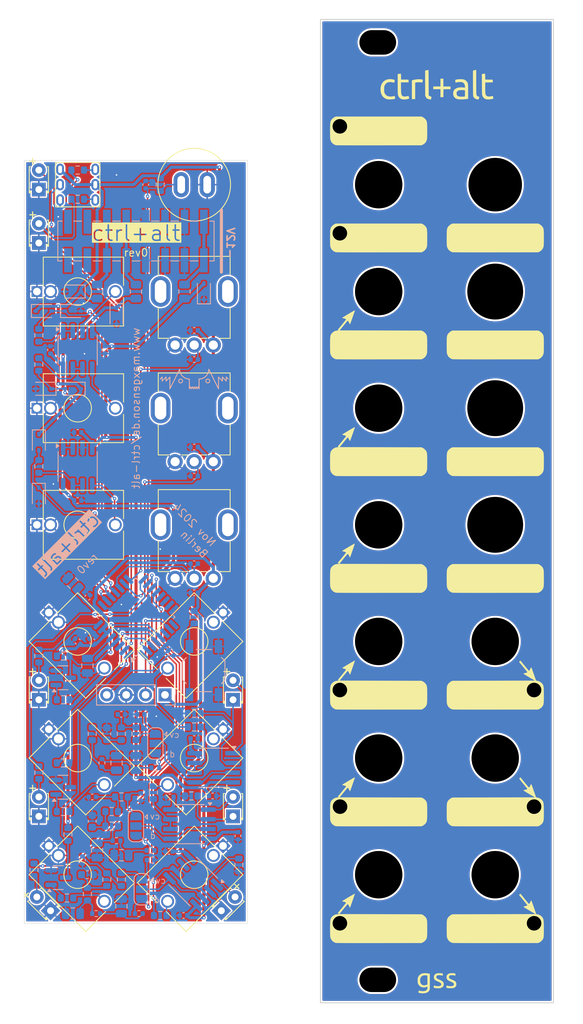
<source format=kicad_pcb>
(kicad_pcb (version 20240108) (generator "pcbnew") (generator_version "8.0")
  (layers (0 "F.Cu" signal) (31 "B.Cu" signal) (34 "B.Paste" user) (35 "F.Paste" user) (36 "B.SilkS" user "B.Silkscreen") (37 "F.SilkS" user "F.Silkscreen") (38 "B.Mask" user) (39 "F.Mask" user) (44 "Edge.Cuts" user))
  (net 0 "")
  (net 1 "VDD")
  (net 2 "GND")
  (net 3 "/POT0")
  (net 4 "/POT1")
  (net 5 "/POT2")
  (net 6 "Net-(C107-Pad1)")
  (net 7 "Net-(C108-Pad1)")
  (net 8 "Net-(C109-Pad1)")
  (net 9 "Net-(C110-Pad1)")
  (net 10 "Net-(C111-Pad1)")
  (net 11 "Net-(C112-Pad1)")
  (net 12 "Net-(C113-Pad1)")
  (net 13 "Net-(C114-Pad1)")
  (net 14 "Net-(C115-Pad1)")
  (net 15 "Net-(C116-Pad1)")
  (net 16 "Net-(C117-Pad1)")
  (net 17 "Net-(C118-Pad1)")
  (net 18 "Net-(JP101-A)")
  (net 19 "Net-(JP102-A)")
  (net 20 "Net-(JP103-A)")
  (net 21 "/NRST")
  (net 22 "Net-(U106-VCAP)")
  (net 23 "VCC")
  (net 24 "VSS")
  (net 25 "Net-(U106-PD6)")
  (net 26 "/CV0")
  (net 27 "/CV1")
  (net 28 "/CV2")
  (net 29 "Net-(D107-K)")
  (net 30 "Net-(D107-A)")
  (net 31 "Net-(D108-A)")
  (net 32 "Net-(D108-K)")
  (net 33 "Net-(D109-K)")
  (net 34 "Net-(D109-A)")
  (net 35 "Net-(D110-A)")
  (net 36 "Net-(D111-A)")
  (net 37 "Net-(D112-A)")
  (net 38 "Net-(D116-A)")
  (net 39 "Net-(D117-A)")
  (net 40 "+5V")
  (net 41 "+12V")
  (net 42 "-12V")
  (net 43 "Net-(J101-PadT)")
  (net 44 "Net-(U101A-+)")
  (net 45 "Net-(U101B-+)")
  (net 46 "Net-(J105-PadT)")
  (net 47 "Net-(J106-PadT)")
  (net 48 "Net-(J107-PadT)")
  (net 50 "Net-(J108-PadT)")
  (net 53 "Net-(J109-PadT)")
  (net 58 "/SWIM")
  (net 59 "/DIG_OUT0")
  (net 60 "Net-(JP101-C)")
  (net 61 "/DIG_OUT1")
  (net 62 "Net-(JP102-C)")
  (net 63 "Net-(JP103-C)")
  (net 64 "/DIG_OUT2")
  (net 65 "Net-(Q101-B)")
  (net 66 "/DIG_IN0")
  (net 67 "Net-(Q102-B)")
  (net 68 "/DIG_IN1")
  (net 69 "Net-(Q103-B)")
  (net 70 "/DIG_IN2")
  (net 71 "Net-(U101A--)")
  (net 72 "Net-(U101B--)")
  (net 73 "Net-(U102A--)")
  (net 74 "Net-(U102B--)")
  (net 75 "Net-(U103B--)")
  (net 76 "Net-(U104B--)")
  (net 77 "Net-(R131-Pad1)")
  (net 78 "Net-(R133-Pad1)")
  (net 79 "Net-(U106-PF4)")
  (net 80 "Net-(U106-PE5)")
  (net 81 "Net-(U106-PD7)")
  (net 82 "Net-(U106-PA1)")
  (net 83 "Net-(U105B--)")
  (net 91 "Net-(U102B-+)")
  (footprint "Genson_Switches:SW_PBS-110_Normally-Open_Push_Button" (layer "F.Cu") (at 104.14 44.45 -90)
    (property "Reference" "SW103" (hide yes))
    (property "Value" "reset")
  )
  (footprint "Genson_Drill_Holes:RV09_no_cap_Drill_Hole_Panel" (layer "F.Cu") (at 143.51 73.66)
    (property "Reference" "REF**" (hide yes))
    (property "Value" "RV09_no_cap_Drill_Hole_Panel")
  )
  (footprint "Genson_Drill_Holes:RV09_no_cap_Drill_Hole_Panel" (layer "F.Cu") (at 143.51 88.9)
    (property "Reference" "REF**" (hide yes))
    (property "Value" "RV09_no_cap_Drill_Hole_Panel")
  )
  (footprint "Genson_Jacks:Jack_3.5mm_Thonkiconn" (layer "F.Cu") (at 88.9 119.38 45)
    (property "Reference" "J105" (hide yes))
    (property "Value" "Thonkiconn")
  )
  (footprint "Genson_Drill_Holes:Thonkiconn_Drill_Hole_Panel" (layer "F.Cu") (at 128.27 58.42)
    (property "Reference" "REF**" (hide yes))
    (property "Value" "Thonkiconn_Drill_Hole_Panel")
  )
  (footprint "Genson_Drill_Holes:Thonkiconn_Drill_Hole_Panel" (layer "F.Cu") (at 128.27 134.62)
    (property "Reference" "REF**" (hide yes))
    (property "Value" "Thonkiconn_Drill_Hole_Panel")
  )
  (footprint "Genson_LEDs:LED_D1.8mm" (layer "F.Cu") (at 85.353024 139.328024 135)
    (property "Reference" "D117" (hide yes))
    (property "Value" "red")
  )
  (footprint "Genson_LEDs:LED_D1.8mm" (layer "F.Cu") (at 83.82 127 90)
    (property "Reference" "D116" (hide yes))
    (property "Value" "red")
  )
  (footprint "Genson_Jacks:Jack_3.5mm_Thonkiconn" (layer "F.Cu") (at 88.9 88.9 90)
    (property "Reference" "J104" (hide yes))
    (property "Value" "Thonkiconn")
  )
  (footprint "Genson_Drill_Holes:Thonkiconn_Drill_Hole_Panel" (layer "F.Cu") (at 128.27 104.14)
    (property "Reference" "REF**" (hide yes))
    (property "Value" "Thonkiconn_Drill_Hole_Panel")
  )
  (footprint "Genson_LEDs:LED_D1.8mm" (layer "F.Cu") (at 83.82 111.76 90)
    (property "Reference" "D112" (hide yes))
    (property "Value" "red")
  )
  (footprint "Genson_Drill_Holes:Thonkiconn_Drill_Hole_Panel" (layer "F.Cu") (at 128.27 73.66)
    (property "Reference" "REF**" (hide yes))
    (property "Value" "Thonkiconn_Drill_Hole_Panel")
  )
  (footprint "Genson_Potentiometers:Potentiometer_RK09_RV09_Vertical" (layer "F.Cu") (at 104.14 73.66)
    (property "Reference" "RV102" (hide yes))
    (property "Value" "100k")
  )
  (footprint "Genson_LEDs:LED_D1.8mm" (layer "F.Cu") (at 83.82 45.085 90)
    (property "Reference" "D110" (hide yes))
    (property "Value" "red")
  )
  (footprint "Genson_Front_Panels:6HP_Front_Panel" (layer "F.Cu") (at 120.65 22.86)
    (property "Reference" "REF**" (hide yes))
    (property "Value" "6HP_Front_Panel")
    (fp_rect (start 0 0) (end 30.48 128.5) (stroke (width 0.12)) (fill none) (layer "Edge.Cuts"))
  )
  (footprint "Genson_LEDs:LED_D1.8mm" (layer "F.Cu") (at 109.22 127 90)
    (property "Reference" "D108" (hide yes))
    (property "Value" "red")
  )
  (footprint "Genson_Potentiometers:Potentiometer_RK09_RV09_Vertical" (layer "F.Cu") (at 104.14 58.42)
    (property "Reference" "RV101" (hide yes))
    (property "Value" "100k")
  )
  (footprint "Genson_Drill_Holes:LED_1.8mm_Drill_Hole_Panel" (layer "F.Cu") (at 148.59 110.49)
    (property "Reference" "REF**" (hide yes))
    (property "Value" "LED_1.8mm_Drill_Hole_Panel" (hide yes))
  )
  (footprint "Genson_Drill_Holes:RV09_no_cap_Drill_Hole_Panel" (layer "F.Cu") (at 143.51 58.42)
    (property "Reference" "REF**" (hide yes))
    (property "Value" "RV09_no_cap_Drill_Hole_Panel")
  )
  (footprint "Genson_Drill_Holes:6mm_cap_Drill_Hole_Panel" (layer "F.Cu") (at 128.27 44.45)
    (property "Reference" "REF**" (hide yes))
    (property "Value" "6mm_cap_Drill_Hole_Panel")
  )
  (footprint "Genson_Jacks:Jack_3.5mm_Thonkiconn" (layer "F.Cu") (at 104.14 134.62 -45)
    (property "Reference" "J109" (hide yes))
    (property "Value" "Thonkiconn")
  )
  (footprint "Genson_Drill_Holes:LED_1.8mm_Drill_Hole_Panel" (layer "F.Cu") (at 148.59 140.97)
    (property "Reference" "REF**" (hide yes))
    (property "Value" "LED_1.8mm_Drill_Hole_Panel" (hide yes))
  )
  (footprint "Genson_Drill_Holes:LED_1.8mm_Drill_Hole_Panel" (layer "F.Cu") (at 123.19 110.49)
    (property "Reference" "REF**" (hide yes))
    (property "Value" "LED_1.8mm_Drill_Hole_Panel" (hide yes))
  )
  (footprint "Genson_Drill_Holes:Thonkiconn_Drill_Hole_Panel" (layer "F.Cu") (at 143.51 134.62)
    (property "Reference" "REF**" (hide yes))
    (property "Value" "Thonkiconn_Drill_Hole_Panel")
  )
  (footprint "LOGO" (layer "F.Cu") (at 135.89 87.402266)
    (property "Reference" "G***" (hide yes))
    (property "Value" "LOGO" (hide yes))
  )
  (footprint "Genson_Drill_Holes:LED_1.8mm_Drill_Hole_Panel" (layer "F.Cu") (at 148.59 125.73)
    (property "Reference" "REF**" (hide yes))
    (property "Value" "LED_1.8mm_Drill_Hole_Panel" (hide yes))
  )
  (footprint "Genson_Jacks:Jack_3.5mm_Thonkiconn" (layer "F.Cu") (at 88.9 73.66 90)
    (property "Reference" "J103" (hide yes))
    (property "Value" "Thonkiconn")
  )
  (footprint "Genson_Jacks:Jack_3.5mm_Thonkiconn" (layer "F.Cu") (at 104.14 119.38 -45)
    (property "Reference" "J108" (hide yes))
    (property "Value" "Thonkiconn")
  )
  (footprint "Genson_Switches:SW_5.8x5.8mm" (layer "F.Cu") (at 88.9 44.45 -90)
    (property "Reference" "SW102" (hide yes))
    (property "Value" "SW_Push_DPDT")
  )
  (footprint "Genson_Jacks:Jack_3.5mm_Thonkiconn" (layer "F.Cu") (at 88.9 58.42 90)
    (property "Reference" "J102" (hide yes))
    (property "Value" "Thonkiconn")
  )
  (footprint "Genson_Jacks:Jack_3.5mm_Thonkiconn" (layer "F.Cu") (at 104.14 104.14 -45)
    (property "Reference" "J107" (hide yes))
    (property "Value" "Thonkiconn")
  )
  (footprint "Genson_LEDs:LED_D1.8mm" (layer "F.Cu") (at 109.22 111.76 90)
    (property "Reference" "D107" (hide yes))
    (property "Value" "red")
  )
  (footprint "Genson_Drill_Holes:LED_1.8mm_Drill_Hole_Panel" (layer "F.Cu") (at 123.214671 125.73)
    (property "Reference" "REF**" (hide yes))
    (property "Value" "LED_1.8mm_Drill_Hole_Panel" (hide yes))
  )
  (footprint "Genson_Drill_Holes:LED_1.8mm_Drill_Hole_Panel" (layer "F.Cu") (at 123.19 50.8)
    (property "Reference" "REF**" (hide yes))
    (property "Value" "LED_1.8mm_Drill_Hole_Panel" (hide yes))
  )
  (footprint "Genson_Jacks:Jack_3.5mm_Thonkiconn" (layer "F.Cu") (at 88.9 104.14 45)
    (property "Reference" "J101" (hide yes))
    (property "Value" "Thonkiconn")
  )
  (footprint "Genson_Drill_Holes:LED_1.8mm_Drill_Hole_Panel" (layer "F.Cu") (at 123.195696 140.97)
    (property "Reference" "REF**" (hide yes))
    (property "Value" "LED_1.8mm_Drill_Hole_Panel" (hide yes))
  )
  (footprint "Genson_LEDs:LED_D1.8mm" (layer "F.Cu") (at 83.82 52.07 90)
    (property "Reference" "D111" (hide yes))
    (property "Value" "red")
  )
  (footprint "Genson_Drill_Holes:Thonkiconn_Drill_Hole_Panel" (layer "F.Cu") (at 128.27 88.9)
    (property "Reference" "REF**" (hide yes))
    (property "Value" "Thonkiconn_Drill_Hole_Panel")
  )
  (footprint "Genson_Drill_Holes:PBS_110_Drill_Hole_Panel" (layer "F.Cu") (at 143.51 44.45)
    (property "Reference" "REF**" (hide yes))
    (property "Value" "PBS_110_Drill_Hole_Panel" (hide yes))
  )
  (footprint "Genson_Drill_Holes:Thonkiconn_Drill_Hole_Panel" (layer "F.Cu") (at 128.27 119.38)
    (property "Reference" "REF**" (hide yes))
    (property "Value" "Thonkiconn_Drill_Hole_Panel")
  )
  (footprint "Genson_LEDs:LED_D1.8mm" (layer "F.Cu") (at 107.686973 139.328024 45)
    (property "Reference" "D109" (hide yes))
    (property "Value" "red")
  )
  (footprint "Genson_Drill_Holes:Thonkiconn_Drill_Hole_Panel" (layer "F.Cu") (at 143.51 104.14)
    (property "Reference" "REF**" (hide yes))
    (property "Value" "Thonkiconn_Drill_Hole_Panel")
  )
  (footprint "Genson_Jacks:Jack_3.5mm_Thonkiconn" (layer "F.Cu") (at 88.9 134.62 45)
    (property "Reference" "J106" (hide yes))
    (property "Value" "Thonkiconn")
  )
  (footprint "Genson_Drill_Holes:Thonkiconn_Drill_Hole_Panel" (layer "F.Cu") (at 143.51 119.38)
    (property "Reference" "REF**" (hide yes))
    (property "Value" "Thonkiconn_Drill_Hole_Panel")
  )
  (footprint "Genson_Drill_Holes:LED_1.8mm_Drill_Hole_Panel" (layer "F.Cu") (at 123.19 36.83)
    (property "Reference" "REF**" (hide yes))
    (property "Value" "LED_1.8mm_Drill_Hole_Panel" (hide yes))
  )
  (footprint "Genson_Potentiometers:Potentiometer_RK09_RV09_Vertical" (layer "F.Cu") (at 104.14 88.9)
    (property "Reference" "RV103" (hide yes))
    (property "Value" "100k")
  )
  (footprint "Capacitor_SMD:C_0402_1005Metric" (layer "B.Cu") (at 109.855 129.54 90)
    (property "Reference" "C133" (hide yes))
    (property "Value" "100n")
  )
  (footprint "Package_SO:SOIC-8_3.9x4.9mm_P1.27mm" (layer "B.Cu") (at 88.9 81.28 -90)
    (property "Reference" "U102" (hide yes))
    (property "Value" "LM358")
  )
  (footprint "Resistor_SMD:R_0402_1005Metric" (layer "B.Cu") (at 93.98 130.175 180)
    (property "Reference" "R112" (hide yes))
    (property "Value" "4k7")
  )
  (footprint "Capacitor_SMD:C_0805_2012Metric" (layer "B.Cu") (at 90.17 107.315 -90)
    (property "Reference" "C123" (hide yes))
    (property "Value" "4u7")
  )
  (footprint "Jumper:SolderJumper-3_P1.3mm_Open_RoundedPad1.0x1.5mm" (layer "B.Cu") (at 99.06 117.475 -90)
    (property "Reference" "JP101" (hide yes))
    (property "Value" "Select")
  )
  (footprint "Button_Switch_SMD:SW_SPST_TL3342" (layer "B.Cu") (at 105.41 107.95 90)
    (property "Reference" "SW101" (hide yes))
    (property "Value" "reset")
  )
  (footprint "Capacitor_SMD:C_0402_1005Metric" (layer "B.Cu") (at 88.9 85.725)
    (property "Reference" "C124" (hide yes))
    (property "Value" "100n")
  )
  (footprint "Resistor_SMD:R_0603_1608Metric" (layer "B.Cu") (at 88.9 46.355 180)
    (property "Reference" "R133" (hide yes))
    (property "Value" "2k2")
  )
  (footprint "Capacitor_SMD:C_0603_1608Metric" (layer "B.Cu") (at 90.805 127.635 90)
    (property "Reference" "C114" (hide yes))
    (property "Value" "2n2")
  )
  (footprint "Package_SO:SOIC-8_3.9x4.9mm_P1.27mm" (layer "B.Cu") (at 104.013 135.509 135)
    (property "Reference" "U105" (hide yes))
    (property "Value" "LM358")
  )
  (footprint "Resistor_SMD:R_0603_1608Metric" (layer "B.Cu") (at 87.63 129.35 90)
    (property "Reference" "R130" (hide yes))
    (property "Value" "10k")
  )
  (footprint "Capacitor_SMD:C_0402_1005Metric" (layer "B.Cu") (at 94.615 113.665)
    (property "Reference" "C116" (hide yes))
    (property "Value" "220p")
  )
  (footprint "Resistor_SMD:R_0603_1608Metric" (layer "B.Cu") (at 83.82 121.285 -90)
    (property "Reference" "R135" (hide yes))
    (property "Value" "2k2")
  )
  (footprint "Diode_SMD:D_SOD-323" (layer "B.Cu") (at 84.455 71.12 180)
    (property "Reference" "D104" (hide yes))
    (property "Value" "1N5819WS")
  )
  (footprint "Capacitor_SMD:C_0402_1005Metric" (layer "B.Cu") (at 90.805 104.14 135)
    (property "Reference" "C135" (hide yes))
    (property "Value" "100n")
  )
  (footprint "Capacitor_SMD:C_0402_1005Metric" (layer "B.Cu") (at 106.553 124.333 180)
    (property "Reference" "C132" (hide yes))
    (property "Value" "100n")
  )
  (footprint "Resistor_SMD:R_0603_1608Metric" (layer "B.Cu") (at 83.82 64.135 90)
    (property "Reference" "R103" (hide yes))
    (property "Value" "1k")
  )
  (footprint "Diode_SMD:D_SOD-323" (layer "B.Cu") (at 88.265 58.42 180)
    (property "Reference" "D113" (hide yes))
    (property "Value" "1N5819WS")
  )
  (footprint "Capacitor_SMD:C_0805_2012Metric" (layer "B.Cu") (at 93.98 120.015 90)
    (property "Reference" "C110" (hide yes))
    (property "Value" "4n7")
  )
  (footprint "Resistor_SMD:R_0402_1005Metric" (layer "B.Cu") (at 91.315 139.7 180)
    (property "Reference" "R113" (hide yes))
    (property "Value" "4k7")
  )
  (footprint "Resistor_SMD:R_0603_1608Metric" (layer "B.Cu") (at 104.14 100.965 -90)
    (property "Reference" "R132" (hide yes))
    (property "Value" "10k")
  )
  (footprint "Package_SO:SOIC-8_3.9x4.9mm_P1.27mm" (layer "B.Cu") (at 88.9 66.04 -90)
    (property "Reference" "U101" (hide yes))
    (property "Value" "LM358")
  )
  (footprint "Resistor_SMD:R_0603_1608Metric" (layer "B.Cu") (at 104.14 115.316 180)
    (property "Reference" "R127" (hide yes))
    (property "Value" "1k")
  )
  (footprint "Resistor_SMD:R_0603_1608Metric" (layer "B.Cu") (at 86.995 126.365)
    (property "Reference" "R106" (hide yes))
    (property "Value" "100k")
  )
  (footprint "Resistor_SMD:R_0805_2012Metric" (layer "B.Cu") (at 91.44 58.42 90)
    (property "Reference" "F101" (hide yes))
    (property "Value" "24V/200mA")
  )
  (footprint "Package_QFP:LQFP-32_7x7mm_P0.8mm" (layer "B.Cu") (at 96.52 100.965 45)
    (property "Reference" "U106" (hide yes))
    (property "Value" "STM8S105K6T6C")
  )
  (footprint "Resistor_SMD:R_0603_1608Metric" (layer "B.Cu") (at 83.82 106.045 -90)
    (property "Reference" "R134" (hide yes))
    (property "Value" "2k2")
  )
  (footprint "Resistor_SMD:R_0603_1608Metric" (layer "B.Cu") (at 109.982 133.35 90)
    (property "Reference" "R125" (hide yes))
    (property "Value" "2k2")
  )
  (footprint "Capacitor_SMD:C_0402_1005Metric" (layer "B.Cu") (at 101.092 105.664 135)
    (property "Reference" "C122" (hide yes))
    (property "Value" "22n")
  )
  (footprint "Capacitor_SMD:C_0402_1005Metric" (layer "B.Cu") (at 92.456 66.04 90)
    (property "Reference" "C129" (hide yes))
    (property "Value" "100n")
  )
  (footprint "Diode_SMD:D_SOD-323" (layer "B.Cu") (at 83.82 78.105 -90)
    (property "Reference" "D105" (hide yes))
    (property "Value" "1N5819WS")
  )
  (footprint "Resistor_SMD:R_0603_1608Metric" (layer "B.Cu") (at 86.995 111.76 180)
    (property "Reference" "R101" (hide yes))
    (property "Value" "100k")
  )
  (footprint "Capacitor_SMD:C_0402_1005Metric" (layer "B.Cu") (at 100.838 131.572 180)
    (property "Reference" "C127" (hide yes))
    (property "Value" "100n")
  )
  (footprint "Resistor_SMD:R_0603_1608Metric" (layer "B.Cu") (at 86.995 106.045 180)
    (property "Reference" "R102" (hide yes))
    (property "Value" "10k")
  )
  (footprint "Resistor_SMD:R_0603_1608Metric" (layer "B.Cu") (at 99.695 139.954)
    (property "Reference" "R129" (hide yes))
    (property "Value" "1k")
  )
  (footprint "Package_SO:SOIC-8_3.9x4.9mm_P1.27mm" (layer "B.Cu") (at 106.68 120.65 180)
    (property "Reference" "U103" (hide yes))
    (property "Value" "LM358")
  )
  (footprint "Capacitor_SMD:C_0805_2012Metric" (layer "B.Cu") (at 88.265 139.7 180)
    (property "Reference" "C112" (hide yes))
    (property "Value" "4n7")
  )
  (footprint "Capacitor_SMD:C_0402_1005Metric" (layer "B.Cu") (at 88.9 76.835)
    (property "Reference" "C130" (hide yes))
    (property "Value" "100n")
  )
  (footprint "Resistor_SMD:R_0603_1608Metric" (layer "B.Cu") (at 104.14 113.538)
    (property "Reference" "R123" (hide yes))
    (property "Value" "2k2")
  )
  (footprint "Capacitor_SMD:C_0402_1005Metric" (layer "B.Cu") (at 104.14 116.84)
    (property "Reference" "C126" (hide yes))
    (property "Value" "100n")
  )
  (footprint "Connector_PinHeader_2.54mm:PinHeader_1x04_P2.54mm_Vertical" (layer "B.Cu") (at 100.32 111.125 90)
    (property "Reference" "J111" (hide yes))
    (property "Value" "Debug")
  )
  (footprint "Capacitor_SMD:C_0402_1005Metric" (layer "B.Cu") (at 104.14 93.98 180)
    (property "Reference" "C106" (hide yes))
    (property "Value" "100n")
  )
  (footprint "Resistor_SMD:R_0805_2012Metric" (layer "B.Cu") (at 102.87 58.42 90)
    (property "Reference" "F103" (hide yes))
    (property "Value" "24V/200mA")
  )
  (footprint "Connector_PinHeader_2.54mm:PinHeader_2x08_P2.54mm_Vertical_SMD" (layer "B.Cu") (at 96.52 51.816 90)
    (property "Reference" "J110" (hide yes))
    (property "Value" "power conn")
  )
  (footprint "Resistor_SMD:R_0603_1608Metric" (layer "B.Cu") (at 94.615 124.46)
    (property "Reference" "R121" (hide yes))
    (property "Value" "100k")
  )
  (footprint "Resistor_SMD:R_0603_1608Metric" (layer "B.Cu") (at 93.345 128.27 180)
    (property "Reference" "R115" (hide yes))
    (property "Value" "10k")
  )
  (footprint "Resistor_SMD:R_0603_1608Metric" (layer "B.Cu") (at 83.82 67.945 -90)
    (property "Reference" "R104" (hide yes))
    (property "Value" "1k")
  )
  (footprint "Diode_SMD:D_SOD-323" (layer "B.Cu") (at 105.41 58.42 90)
    (property "Reference" "D115" (hide yes))
    (property "Value" "1N5819WS")
  )
  (footprint "Capacitor_SMD:C_0805_2012Metric" (layer "B.Cu") (at 91.44 131.445 -90)
    (property "Reference" "C111" (hide yes))
    (property "Value" "4n7")
  )
  (footprint "Capacitor_SMD:C_0603_1608Metric" (layer "B.Cu") (at 90.17 134.62)
    (property "Reference" "C115" (hide yes))
    (property "Value" "2n2")
  )
  (footprint "Capacitor_SMD:C_0805_2012Metric" (layer "B.Cu") (at 96.52 120.015 90)
    (property "Reference" "C107" (hide yes))
    (property "Value" "4n7")
  )
  (footprint "Capacitor_SMD:C_0402_1005Metric" (layer "B.Cu") (at 104.14 78.74 180)
    (property "Reference" "C103" (hide yes))
    (property "Value" "100n")
  )
  (footprint "Resistor_SMD:R_0603_1608Metric" (layer "B.Cu") (at 90.17 137.16 90)
    (property "Reference" "R116" (hide yes))
    (property "Value" "10k")
  )
  (footprint "Resistor_SMD:R_0603_1608Metric" (layer "B.Cu") (at 83.185 133.985 -90)
    (property "Reference" "R136" (hide yes))
    (property "Value" "2k2")
  )
  (footprint "Diode_SMD:D_SOD-323" (layer "B.Cu") (at 93.98 61.595 -90)
    (property "Reference" "D114" (hide yes))
    (property "Value" "1N5819WS")
  )
  (footprint "Diode_SMD:D_SOD-323" (layer "B.Cu") (at 88.265 71.12 180)
    (property "Reference" "D103" (hide yes))
    (property "Value" "1N5819WS")
  )
  (footprint "Capacitor_SMD:C_0402_1005Metric" (layer "B.Cu") (at 104.14 82.55 180)
    (property "Reference" "C104" (hide yes))
    (property "Value" "100n")
  )
  (footprint "Capacitor_SMD:C_0402_1005Metric" (layer "B.Cu") (at 97.155 124.46 -90)
    (property "Reference" "C120" (hide yes))
    (property "Value" "220p")
  )
  (footprint "Capacitor_SMD:C_0402_1005Metric" (layer "B.Cu") (at 85.344 66.04 90)
    (property "Reference" "C125" (hide yes))
    (property "Value" "100n")
  )
  (footprint "Package_TO_SOT_SMD:SOT-23" (layer "B.Cu") (at 86.995 108.8875)
    (property "Reference" "Q101" (hide yes))
    (property "Value" "BC847")
  )
  (footprint "Resistor_SMD:R_0402_1005Metric" (layer "B.Cu") (at 99.06 120.65 180)
    (property "Reference" "R107" (hide yes))
    (property "Value" "4k7")
  )
  (footprint "Resistor_SMD:R_0603_1608Metric" (layer "B.Cu") (at 99.695 44.45 -90)
    (property "Reference" "R137" (hide yes))
    (property "Value" "10k")
  )
  (footprint "Capacitor_SMD:C_0402_1005Metric" (layer "B.Cu") (at 88.9 104.14 135)
    (property "Reference" "C134" (hide yes))
    (property "Value" "100n")
  )
  (footprint "Resistor_SMD:R_0603_1608Metric" (layer "B.Cu") (at 98.806 123.889 90)
    (property "Reference" "R128" (hide yes))
    (property "Value" "1k")
  )
  (footprint "Resistor_SMD:R_0603_1608Metric" (layer "B.Cu") (at 94.615 135.255 90)
    (property "Reference" "R122" (hide yes))
    (property "Value" "100k")
  )
  (footprint "Resistor_SMD:R_0603_1608Metric" (layer "B.Cu") (at 93.345 126.365)
    (property "Reference" "R118" (hide yes))
    (property "Value" "100k")
  )
  (footprint "Package_TO_SOT_SMD:SOT-23" (layer "B.Cu") (at 86.995 123.19)
    (property "Reference" "Q102" (hide yes))
    (property "Value" "BC847")
  )
  (footprint "Capacitor_SMD:C_0402_1005Metric" (layer "B.Cu") (at 97.155 113.665 180)
    (property "Reference" "C119" (hide yes))
    (property "Value" "220p")
  )
  (footprint "Resistor_SMD:R_0402_1005Metric" (layer "B.Cu") (at 98.425 131.445 180)
    (property "Reference" "R108" (hide yes))
    (property "Value" "4k7")
  )
  (footprint "Capacitor_SMD:C_0402_1005Metric" (layer "B.Cu") (at 104.14 67.31 180)
    (property "Reference" "C102" (hide yes))
    (property "Value" "100n")
  )
  (footprint "Diode_SMD:D_SOD-323" (layer "B.Cu") (at 83.82 85.09 -90)
    (property "Reference" "D106" (hide yes))
    (property "Value" "1N5819WS")
  )
  (footprint "Resistor_SMD:R_0603_1608Metric" (layer "B.Cu") (at 94.615 116.205 90)
    (property "Reference" "R117" (hide yes))
    (property "Value" "100k")
  )
  (footprint "Capacitor_SMD:C_0402_1005Metric" (layer "B.Cu") (at 100.965 124.46 180)
    (property "Reference" "C128" (hide yes))
    (property "Value" "100n")
  )
  (footprint "Resistor_SMD:R_0805_2012Metric" (layer "B.Cu") (at 96.52 58.42 90)
    (property "Reference" "F102" (hide yes))
    (property "Value" "24V/200mA")
  )
  (footprint "Capacitor_SMD:C_0402_1005Metric" (layer "B.Cu") (at 104.14 63.5 180)
    (property "Reference" "C101" (hide yes))
    (property "Value" "100n")
  )
  (footprint "Jumper:SolderJumper-3_P1.3mm_Open_RoundedPad1.0x1.5mm" (layer "B.Cu") (at 96.52 128.27 -90)
    (property "Reference" "JP102" (hide yes))
    (property "Value" "Select")
  )
  (footprint "Resistor_SMD:R_0603_1608Metric" (layer "B.Cu") (at 90.805 116.205 90)
    (property "Reference" "R114" (hide yes))
    (property "Value" "10k")
  )
  (footprint "Capacitor_SMD:C_0402_1005Metric" (layer "B.Cu") (at 97.79 44.45 90)
    (property "Reference" "C138" (hide yes))
    (property "Value" "22n")
  )
  (footprint "Capacitor_SMD:C_0805_2012Metric" (layer "B.Cu") (at 94.615 138.745 90)
    (property "Reference" "C109" (hide yes))
    (property "Value" "4n7")
  )
  (footprint "Package_TO_SOT_SMD:SOT-23" (layer "B.Cu") (at 86.36 135.001)
    (property "Reference" "Q103" (hide yes))
    (property "Value" "BC847")
  )
  (footprint "Jumper:SolderJumper-3_P1.3mm_Open_RoundedPad1.0x1.5mm" (layer "B.Cu") (at 97.282 136.525 -90)
    (property "Reference" "JP103" (hide yes))
    (property "Value" "Select")
  )
  (footprint "Resistor_SMD:R_0603_1608Metric" (layer "B.Cu") (at 86.985 120.015 180)
    (property "Reference" "R110" (hide yes))
    (property "Value" "10k")
  )
  (footprint "Capacitor_SMD:C_0402_1005Metric" (layer "B.Cu") (at 89.535 132.715 -90)
    (property "Reference" "C118" (hide yes))
    (property "Value" "220p")
  )
  (footprint "Resistor_SMD:R_0402_1005Metric" (layer "B.Cu") (at 96.901 139.7)
    (property "Reference" "R109" (hide yes))
    (property "Value" "4k7")
  )
  (footprint "Capacitor_SMD:C_0402_1005Metric" (layer "B.Cu") (at 102.743 139.954)
    (property "Reference" "C131" (hide yes))
    (property "Value" "100n")
  )
  (footprint "Resistor_SMD:R_0603_1608Metric" (layer "B.Cu") (at 83.82 81.28 90)
    (property "Reference" "R105" (hide yes))
    (property "Value" "1k")
  )
  (footprint "Capacitor_SMD:C_0402_1005Metric" (layer "B.Cu") (at 90.805 124.46 180)
    (property "Reference" "C117" (hide yes))
    (property "Value" "220p")
  )
  (footprint "Resistor_SMD:R_0603_1608Metric" (layer "B.Cu") (at 88.9 42.545 180)
    (property "Reference" "R131" (hide yes))
    (property "Value" "2k2")
  )
  (footprint "Diode_SMD:D_SOD-323" (layer "B.Cu") (at 88.265 60.96)
    (property "Reference" "D102" (hide yes))
    (property "Value" "1N5819WS")
  )
  (footprint "Capacitor_SMD:C_0603_1608Metric" (layer "B.Cu") (at 92.71 116.205 90)
    (property "Reference" "C113" (hide yes))
    (property "Value" "2n2")
  )
  (footprint "Resistor_SMD:R_0402_1005Metric" (layer "B.Cu") (at 92.075 120.015 -90)
    (property "Reference" "R111" (hide yes))
    (property "Value" "4k7")
  )
  (footprint "Capacitor_SMD:C_0402_1005Metric" (layer "B.Cu") (at 98.425 132.715)
    (property "Reference" "C121" (hide yes))
    (property "Value" "220p")
  )
  (footprint "Capacitor_SMD:C_0402_1005Metric" (layer "B.Cu") (at 104.14 97.79 180)
    (property "Reference" "C105" (hide yes))
    (property "Value" "100n")
  )
  (footprint "Resistor_SMD:R_0603_1608Metric" (layer "B.Cu") (at 92.71 135.255 90)
    (property "Reference" "R119" (hide yes))
    (property "Value" "100k")
  )
  (footprint "Resistor_SMD:R_0603_1608Metric" (layer "B.Cu") (at 103.759 124.333)
    (property "Reference" "R124" (hide yes))
    (property "Value" "2k2")
  )
  (footprint "Genson_Scribbles:silkscreen_alien_small" (layer "B.Cu") (at 104.14 71.12 180)
    (property "Reference" "  " (hide yes))
    (property "Value" "  " (hide yes))
  )
  (footprint "Capacitor_SMD:C_0402_1005Metric" (layer "B.Cu") (at 90.17 98.425 45)
    (property "Reference" "C136" (hide yes))
    (property "Value" "100n")
  )
  (footprint "Capacitor_SMD:C_0805_2012Metric" (layer "B.Cu") (at 88.265 96.52 135)
    (property "Reference" "C137" (hide yes))
    (property "Value" "4u7")
  )
  (footprint "Diode_SMD:D_SOD-323" (layer "B.Cu") (at 84.455 60.96)
    (property "Reference" "D101" (hide yes))
    (property "Value" "1N5819WS")
  )
  (footprint "Capacitor_SMD:C_0805_2012Metric" (layer "B.Cu") (at 94.615 132.08 180)
    (property "Reference" "C108" (hide yes))
    (property "Value" "4n7")
  )
  (footprint "Resistor_SMD:R_0603_1608Metric" (layer "B.Cu") (at 87.503 137.668)
    (property "Reference" "R126" (hide yes))
    (property "Value" "100k")
  )
  (footprint "Package_SO:SOIC-8_3.9x4.9mm_P1.27mm" (layer "B.Cu") (at 103.505 128.016 180)
    (property "Reference" "U104" (hide yes))
    (property "Value" "LM358")
  )
  (footprint "Resistor_SMD:R_0603_1608Metric" (layer "B.Cu") (at 96.52 116.205 -90)
    (property "Reference" "R120" (hide yes))
    (property "Value" "100k")
  )
  (gr_rect (start 81.915 41.275) (end 111.125 140.97) (stroke (width 0.05)) (fill none) (layer "Edge.Cuts"))
  (gr_text "-12V" (at 109.474 52.07 -90) (layer "B.SilkS") (effects (font (size 1 1) (thickness 0.2) (bold yes)) (justify top mirror)))
  (gr_text "www.maxgenson.de/ctrl-alt" (at 96.52 73.66 90) (layer "B.SilkS") (effects (font (size 1 1) (thickness 0.125)) (justify mirror)))
  (gr_text "cv" (at 98.298 127 0) (layer "B.SilkS") (effects (font (size 0.8 0.8) (thickness 0.1)) (justify right mirror)))
  (gr_text "Nov 2024" (at 104.14 88.9 -45) (layer "B.SilkS") (effects (font (size 1 1) (thickness 0.125)) (justify mirror)))
  (gr_text "d" (at 98.806 137.922 0) (layer "B.SilkS") (effects (font (size 0.8 0.8) (thickness 0.1)) (justify right mirror)))
  (gr_text "cv" (at 100.838 116.332 0) (layer "B.SilkS") (effects (font (size 0.8 0.8) (thickness 0.1)) (justify right mirror)))
  (gr_text "d" (at 100.838 118.872 0) (layer "B.SilkS") (effects (font (size 0.8 0.8) (thickness 0.1)) (justify right mirror)))
  (gr_text "cv" (at 99.06 135.382 0) (layer "B.SilkS") (effects (font (size 0.8 0.8) (thickness 0.1)) (justify right mirror)))
  (gr_text "ctrl+alt" (at 87.63 91.44 45) (layer "B.SilkS" knockout) (effects (font (size 1.8 1.8) (thickness 0.2) (bold yes)) (justify mirror)))
  (gr_text "Berlin" (at 104.14 91.44 315) (layer "B.SilkS") (effects (font (size 1 1) (thickness 0.125)) (justify mirror)))
  (gr_text "rev0" (at 90.17 93.98 45) (layer "B.SilkS") (effects (font (size 1 1) (thickness 0.125)) (justify mirror)))
  (gr_text "d" (at 98.298 129.54 0) (layer "B.SilkS") (effects (font (size 0.8 0.8) (thickness 0.1)) (justify right mirror)))
  (gr_text "ctrl+alt" (at 96.52 50.8 0) (layer "F.SilkS" knockout) (effects (font (size 2 2) (thickness 0.2) (bold yes))))
  (gr_text "rev0" (at 96.52 53.34 0) (layer "F.SilkS") (effects (font (size 1 1) (thickness 0.125))))
  (segment (start 86.36 60.335) (end 86.36 70.485) (width 0.4) (layer "F.Cu") (net 1))
  (segment (start 106.64 51.395) (end 106.64 65.4092) (width 0.4) (layer "F.Cu") (net 1))
  (segment (start 107.442 42.164) (end 107.442 50.593) (width 0.4) (layer "F.Cu") (net 1))
  (segment (start 87.635528 106.050528) (end 87.635528 118.745) (width 0.4) (layer "F.Cu") (net 1))
  (segment (start 106.64 80.6492) (end 106.64 95.8892) (width 0.4) (layer "F.Cu") (net 1))
  (segment (start 86.9 105.315) (end 87.635528 106.050528) (width 0.4) (layer "F.Cu") (net 1))
  (segment (start 87.635528 118.745) (end 87.635528 127.629472) (width 0.4) (layer "F.Cu") (net 1))
  (segment (start 106.64 65.4092) (end 106.64 80.6492) (width 0.4) (layer "F.Cu") (net 1))
  (segment (start 107.442 50.593) (end 106.64 51.395) (width 0.4) (layer "F.Cu") (net 1))
  (segment (start 87.635528 127.629472) (end 87.63 127.635) (width 0.4) (layer "F.Cu") (net 1))
  (via (at 86.9 105.315) (size 0.45) (drill 0.2) (layers "F.Cu" "B.Cu") (net 1))
  (via (at 86.36 70.485) (size 0.45) (drill 0.2) (layers "F.Cu" "B.Cu") (net 1))
  (via (at 107.442 42.164) (size 0.45) (drill 0.2) (layers "F.Cu" "B.Cu") (net 1))
  (via (at 87.63 127.635) (size 0.45) (drill 0.2) (layers "F.Cu" "B.Cu") (net 1))
  (via (at 87.635528 118.745) (size 0.45) (drill 0.2) (layers "F.Cu" "B.Cu") (net 1))
  (via (at 86.36 60.335) (size 0.45) (drill 0.2) (layers "F.Cu" "B.Cu") (net 1))
  (segment (start 88.936751 97.870573) (end 89.830589 98.764411) (width 0.4) (layer "B.Cu") (net 1))
  (segment (start 106.64 80.6492) (end 106.5292 80.6492) (width 0.4) (layer "B.Cu") (net 1))
  (segment (start 91.308533 104.479411) (end 92.719301 103.068643) (width 0.4) (layer "B.Cu") (net 1))
  (segment (start 101.544999 112.349999) (end 104.41 112.349999) (width 0.4) (layer "B.Cu") (net 1))
  (segment (start 87.4 60.335) (end 89.315 58.42) (width 0.4) (layer "B.Cu") (net 1))
  (segment (start 89.315 57.993834) (end 91.44 55.868834) (width 0.4) (layer "B.Cu") (net 1))
  (segment (start 86.36 60.335) (end 87.4 60.335) (width 0.4) (layer "B.Cu") (net 1))
  (segment (start 92.1 47.072792) (end 92.1 45.35) (width 0.4) (layer "B.Cu") (net 1))
  (segment (start 90.2275 59.3325) (end 89.315 58.42) (width 0.4) (layer "B.Cu") (net 1))
  (segment (start 106.64 95.8892) (end 106.5208 95.8892) (width 0.4) (layer "B.Cu") (net 1))
  (segment (start 106.64 94.474987) (end 105.435013 93.27) (width 0.4) (layer "B.Cu") (net 1))
  (segment (start 89.315 71.56) (end 83.82 77.055) (width 0.4) (layer "B.Cu") (net 1))
  (segment (start 89.4374 104.6774) (end 90.946422 104.6774) (width 0.4) (layer "B.Cu") (net 1))
  (segment (start 104.41 112.349999) (end 105.015 111.744999) (width 0.4) (layer "B.Cu") (net 1))
  (segment (start 107.442 42.164) (end 101.156 42.164) (width 0.4) (layer "B.Cu") (net 1))
  (segment (start 105.015 111.744999) (end 105.015 101.015) (width 0.4) (layer "B.Cu") (net 1))
  (segment (start 88.6 44.45) (end 86.6 42.45) (width 0.4) (layer "B.Cu") (net 1))
  (segment (start 91.058906 99.992728) (end 89.830589 98.764411) (width 0.4) (layer "B.Cu") (net 1))
  (segment (start 92.64571 102.010862) (end 92.64571 101.050508) (width 0.4) (layer "B.Cu") (net 1))
  (segment (start 88.68 70.485) (end 86.36 70.485) (width 0.4) (layer "B.Cu") (net 1))
  (segment (start 106.5208 95.8892) (end 104.62 97.79) (width 0.4) (layer "B.Cu") (net 1))
  (segment (start 89.239411 104.479411) (end 89.4374 104.6774) (width 0.4) (layer "B.Cu") (net 1))
  (segment (start 88.936751 97.191751) (end 88.936751 97.870573) (width 0.4) (layer "B.Cu") (net 1))
  (segment (start 92.1 45.35) (end 91.2 44.45) (width 0.4) (layer "B.Cu") (net 1))
  (segment (start 91.144411 104.479411) (end 91.308533 104.479411) (width 0.4) (layer "B.Cu") (net 1))
  (segment (start 89.315 71.12) (end 88.68 70.485) (width 0.4) (layer "B.Cu") (net 1))
  (segment (start 92.64571 101.050508) (end 91.58793 99.992728) (width 0.4) (layer "B.Cu") (net 1))
  (segment (start 84.03 60.335) (end 86.36 60.335) (width 0.4) (layer "B.Cu") (net 1))
  (segment (start 86.17 106.045) (end 86.9 105.315) (width 0.4) (layer "B.Cu") (net 1))
  (segment (start 89.315 71.12) (end 89.315 71.56) (width 0.4) (layer "B.Cu") (net 1))
  (segment (start 86.9 105.315) (end 87.116178 105.098822) (width 0.4) (layer "B.Cu") (net 1))
  (segment (start 104.14 100.14) (end 104.62 99.66) (width 0.4) (layer "B.Cu") (net 1))
  (segment (start 86.365528 120.015) (end 87.635528 118.745) (width 0.4) (layer "B.Cu") (net 1))
  (segment (start 105.435013 93.27) (end 95.325 93.27) (width 0.4) (layer "B.Cu") (net 1))
  (segment (start 106.5292 65.4092) (end 104.62 63.5) (width 0.4) (layer "B.Cu") (net 1))
  (segment (start 91.2 44.45) (end 88.6 44.45) (width 0.4) (layer "B.Cu") (net 1))
  (segment (start 92.153615 102.502957) (end 92.64571 102.010862) (width 0.4) (layer "B.Cu") (net 1))
  (segment (start 87.116178 105.098822) (end 88.62 105.098822) (width 0.4) (layer "B.Cu") (net 1))
  (segment (start 105.015 101.015) (end 104.14 100.14) (width 0.4) (layer "B.Cu") (net 1))
  (segment (start 99.36 43.29) (end 99.695 43.625) (width 0.4) (layer "B.Cu") (net 1))
  (segment (start 87.63 127.635) (end 87.63 128.525) (width 0.4) (layer "B.Cu") (net 1))
  (segment (start 92.719301 103.068643) (end 92.153615 102.502957) (width 0.4) (layer "B.Cu") (net 1))
  (segment (start 106.64 95.8892) (end 106.64 94.474987) (width 0.4) (layer "B.Cu") (net 1))
  (segment (start 89.315 58.42) (end 89.315 57.993834) (width 0.4) (layer "B.Cu") (net 1))
  (segment (start 88.62 105.098822) (end 89.239411 104.479411) (width 0.4) (layer "B.Cu") (net 1))
  (segment (start 86.16 120.015) (end 86.365528 120.015) (width 0.4) (layer "B.Cu") (net 1))
  (segment (start 90.946422 104.6774) (end 91.144411 104.479411) (width 0.4) (layer "B.Cu") (net 1))
  (segment (start 101.156 42.164) (end 99.695 43.625) (width 0.4) (layer "B.Cu") (net 1))
  (segment (start 104.62 99.66) (end 104.62 97.79) (width 0.4) (layer "B.Cu") (net 1))
  (segment (start 96.232444 44.45) (end 97.392444 43.29) (width 0.4) (layer "B.Cu") (net 1))
  (segment (start 91.44 59.3325) (end 90.2275 59.3325) (width 0.4) (layer "B.Cu") (net 1))
  (segment (start 83.405 60.96) (end 84.03 60.335) (width 0.4) (layer "B.Cu") (net 1))
  (segment (start 91.058906 99.463704) (end 91.58793 99.992728) (width 0.4) (layer "B.Cu") (net 1))
  (segment (start 91.44 47.732792) (end 92.1 47.072792) (width 0.4) (layer "B.Cu") (net 1))
  (segment (start 97.392444 43.29) (end 99.36 43.29) (width 0.4) (layer "B.Cu") (net 1))
  (segment (start 91.058906 98.806094) (end 91.058906 99.463704) (width 0.4) (layer "B.Cu") (net 1))
  (segment (start 91.58793 99.992728) (end 91.058906 99.992728) (width 0.4) (layer "B.Cu") (net 1))
  (segment (start 91.44 55.868834) (end 91.44 47.732792) (width 0.4) (layer "B.Cu") (net 1))
  (segment (start 91.271358 98.593642) (end 91.058906 98.806094) (width 0.4) (layer "B.Cu") (net 1))
  (segment (start 106.5292 80.6492) (end 104.62 78.74) (width 0.4) (layer "B.Cu") (net 1))
  (segment (start 100.32 111.125) (end 101.544999 112.349999) (width 0.4) (layer "B.Cu") (net 1))
  (segment (start 95.325 93.27) (end 91.271358 97.323642) (width 0.4) (layer "B.Cu") (net 1))
  (segment (start 91.2 44.45) (end 96.232444 44.45) (width 0.4) (layer "B.Cu") (net 1))
  (segment (start 106.64 65.4092) (end 106.5292 65.4092) (width 0.4) (layer "B.Cu") (net 1))
  (segment (start 91.271358 97.323642) (end 91.271358 98.593642) (width 0.4) (layer "B.Cu") (net 1))
  (via (at 89.789 66.548) (size 0.45) (drill 0.2) (layers "F.Cu" "B.Cu") (net 2))
  (via (at 99.695 92.075) (size 0.45) (drill 0.2) (layers "F.Cu" "B.Cu") (net 2))
  (via (at 93.98 43.18) (size 0.45) (drill 0.2) (layers "F.Cu" "B.Cu") (net 2))
  (via (at 94.234 102.503294) (size 0.45) (drill 0.2) (layers "F.Cu" "B.Cu") (net 2))
  (via (at 89.916 102.997) (size 0.45) (drill 0.2) (layers "F.Cu" "B.Cu") (net 2))
  (via (at 86.36 48.641) (size 0.45) (drill 0.2) (layers "F.Cu" "B.Cu") (net 2))
  (via (at 99.187 113.919) (size 0.45) (drill 0.2) (layers "F.Cu" "B.Cu") (net 2))
  (via (at 89.662 59.944) (size 0.45) (drill 0.2) (layers "F.Cu" "B.Cu") (net 2))
  (via (at 107.315 123.19) (size 0.45) (drill 0.2) (layers "F.Cu" "B.Cu") (net 2))
  (via (at 102.997 93.98) (size 0.45) (drill 0.2) (layers "F.Cu" "B.Cu") (net 2))
  (via (at 94.615 99.314) (size 0.45) (drill 0.2) (layers "F.Cu" "B.Cu") (net 2))
  (via (at 99.314 106.172) (size 0.45) (drill 0.2) (layers "F.Cu" "B.Cu") (net 2))
  (via (at 85.725 83.566) (size 0.45) (drill 0.2) (layers "F.Cu" "B.Cu") (net 2))
  (segment (start 107.033 123.472) (end 107.315 123.19) (width 0.2) (layer "B.Cu") (net 2))
  (segment (start 94.242766 103.807919) (end 93.850672 104.200013) (width 0.2) (layer "B.Cu") (net 2))
  (segment (start 97.79 43.97) (end 97.79 43.993866) (width 0.2) (layer "B.Cu") (net 2))
  (segment (start 103.66 93.98) (end 102.997 93.98) (width 0.2) (layer "B.Cu") (net 2))
  (segment (start 92.545709 99.819136) (end 94.109864 99.819136) (width 0.2) (layer "B.Cu") (net 2))
  (segment (start 97.79 43.993866) (end 97.18 44.603866) (width 0.2) (layer "B.Cu") (net 2))
  (segment (start 107.033 124.333) (end 107.033 123.472) (width 0.2) (layer "B.Cu") (net 2))
  (segment (start 97.18 44.603866) (end 97.18 48.681) (width 0.2) (layer "B.Cu") (net 2))
  (segment (start 86.6 48.401) (end 86.36 48.641) (width 0.2) (layer "B.Cu") (net 2))
  (segment (start 97.18 48.681) (end 97.79 49.291) (width 0.2) (layer "B.Cu") (net 2))
  (segment (start 94.242766 102.51206) (end 94.242766 103.807919) (width 0.2) (layer "B.Cu") (net 2))
  (segment (start 86.6 46.45) (end 86.6 48.401) (width 0.2) (layer "B.Cu") (net 2))
  (segment (start 94.109864 99.819136) (end 94.615 99.314) (width 0.2) (layer "B.Cu") (net 2))
  (segment (start 94.234 102.503294) (end 94.242766 102.51206) (width 0.2) (layer "B.Cu") (net 2))
  (segment (start 92.153615 99.427042) (end 92.545709 99.819136) (width 0.2) (layer "B.Cu") (net 2))
  (segment (start 97.155 94.886) (end 97.155 68.58) (width 0.2) (layer "F.Cu") (net 3))
  (via (at 97.155 94.886) (size 0.45) (drill 0.2) (layers "F.Cu" "B.Cu") (net 3))
  (via (at 97.155 68.58) (size 0.45) (drill 0.2) (layers "F.Cu" "B.Cu") (net 3))
  (segment (start 104.62 67.31) (end 104.62 65.8892) (width 0.2) (layer "B.Cu") (net 3))
  (segment (start 96.008069 96.032931) (end 97.155 94.886) (width 0.2) (layer "B.Cu") (net 3))
  (segment (start 97.155 68.58) (end 103.35 68.58) (width 0.2) (layer "B.Cu") (net 3))
  (segment (start 103.35 68.58) (end 104.62 67.31) (width 0.2) (layer "B.Cu") (net 3))
  (segment (start 95.547728 96.032931) (end 96.008069 96.032931) (width 0.2) (layer "B.Cu") (net 3))
  (segment (start 104.62 65.8892) (end 104.14 65.4092) (width 0.2) (layer "B.Cu") (net 3))
  (segment (start 97.68 97.646) (end 97.68 83.312) (width 0.2) (layer "F.Cu") (net 4))
  (segment (start 97.155 98.171) (end 97.68 97.646) (width 0.2) (layer "F.Cu") (net 4))
  (via (at 97.155 98.171) (size 0.45) (drill 0.2) (layers "F.Cu" "B.Cu") (net 4))
  (via (at 97.68 83.312) (size 0.45) (drill 0.2) (layers "F.Cu" "B.Cu") (net 4))
  (segment (start 97.68 83.312) (end 103.858 83.312) (width 0.2) (layer "B.Cu") (net 4))
  (segment (start 103.858 83.312) (end 104.62 82.55) (width 0.2) (layer "B.Cu") (net 4))
  (segment (start 104.62 82.55) (end 104.62 81.1292) (width 0.2) (layer "B.Cu") (net 4))
  (segment (start 97.155 98.171) (end 96.554428 98.171) (width 0.2) (layer "B.Cu") (net 4))
  (segment (start 104.62 81.1292) (end 104.14 80.6492) (width 0.2) (layer "B.Cu") (net 4))
  (segment (start 96.554428 98.171) (end 94.982043 96.598615) (width 0.2) (layer "B.Cu") (net 4))
  (segment (start 104.14 94.46) (end 104.62 93.98) (width 0.2) (layer "B.Cu") (net 5))
  (segment (start 102.6118 94.361) (end 104.14 95.8892) (width 0.2) (layer "B.Cu") (net 5))
  (segment (start 95.504 94.361) (end 102.6118 94.361) (width 0.2) (layer "B.Cu") (net 5))
  (segment (start 94.416357 97.164301) (end 94.024264 96.772208) (width 0.2) (layer "B.Cu") (net 5))
  (segment (start 104.14 95.8892) (end 104.14 94.46) (width 0.2) (layer "B.Cu") (net 5))
  (segment (start 94.024264 95.840736) (end 95.504 94.361) (width 0.2) (layer "B.Cu") (net 5))
  (segment (start 94.024264 96.772208) (end 94.024264 95.840736) (width 0.2) (layer "B.Cu") (net 5))
  (segment (start 96.52 120.965) (end 95.42 119.865) (width 0.2) (layer "B.Cu") (net 6))
  (segment (start 98.55 120.65) (end 96.835 120.65) (width 0.2) (layer "B.Cu") (net 6))
  (segment (start 96.835 120.65) (end 96.52 120.965) (width 0.2) (layer "B.Cu") (net 6))
  (segment (start 95.42 119.865) (end 92.435 119.865) (width 0.2) (layer "B.Cu") (net 6))
  (segment (start 92.435 119.865) (end 92.075 119.505) (width 0.2) (layer "B.Cu") (net 6))
  (segment (start 96.2 131.445) (end 97.915 131.445) (width 0.2) (layer "B.Cu") (net 7))
  (segment (start 95.565 132.08) (end 96.2 131.445) (width 0.2) (layer "B.Cu") (net 7))
  (segment (start 94.49 131.005) (end 95.565 132.08) (width 0.2) (layer "B.Cu") (net 7))
  (segment (start 94.49 130.175) (end 94.49 131.005) (width 0.2) (layer "B.Cu") (net 7))
  (segment (start 95.24 140.32) (end 94.615 139.695) (width 0.2) (layer "B.Cu") (net 8))
  (segment (start 96.791 140.32) (end 95.24 140.32) (width 0.2) (layer "B.Cu") (net 8))
  (segment (start 97.411 139.7) (end 96.791 140.32) (width 0.2) (layer "B.Cu") (net 8))
  (segment (start 94.234 139.7) (end 91.825 139.7) (width 0.2) (layer "B.Cu") (net 8))
  (segment (start 94.615 139.695) (end 94.239 139.695) (width 0.2) (layer "B.Cu") (net 8))
  (segment (start 94.239 139.695) (end 94.234 139.7) (width 0.2) (layer "B.Cu") (net 8))
  (segment (start 92.515 120.965) (end 92.075 120.525) (width 0.2) (layer "B.Cu") (net 9))
  (segment (start 90.805 117.03) (end 90.805 119.255) (width 0.2) (layer "B.Cu") (net 9))
  (segment (start 93.98 120.965) (end 92.515 120.965) (width 0.2) (layer "B.Cu") (net 9))
  (segment (start 90.805 119.255) (end 92.075 120.525) (width 0.2) (layer "B.Cu") (net 9))
  (segment (start 93.47 128.97) (end 94.17 128.27) (width 0.2) (layer "B.Cu") (net 10))
  (segment (start 91.76 130.175) (end 91.44 130.495) (width 0.2) (layer "B.Cu") (net 10))
  (segment (start 93.47 130.175) (end 91.76 130.175) (width 0.2) (layer "B.Cu") (net 10))
  (segment (start 93.47 130.175) (end 93.47 128.97) (width 0.2) (layer "B.Cu") (net 10))
  (segment (start 90.805 138.62) (end 90.17 137.985) (width 0.2) (layer "B.Cu") (net 11))
  (segment (start 90.805 139.7) (end 90.805 138.62) (width 0.2) (layer "B.Cu") (net 11))
  (segment (start 89.215 138.94) (end 90.17 137.985) (width 0.2) (layer "B.Cu") (net 11))
  (segment (start 89.215 139.7) (end 89.215 138.94) (width 0.2) (layer "B.Cu") (net 11))
  (segment (start 92.405 116.98) (end 92.71 116.98) (width 0.2) (layer "B.Cu") (net 12))
  (segment (start 90.805 115.38) (end 92.405 116.98) (width 0.2) (layer "B.Cu") (net 12))
  (segment (start 94.615 117.03) (end 92.76 117.03) (width 0.2) (layer "B.Cu") (net 12))
  (segment (start 92.76 117.03) (end 92.71 116.98) (width 0.2) (layer "B.Cu") (net 12))
  (segment (start 90.805 128.41) (end 92.38 128.41) (width 0.2) (layer "B.Cu") (net 13))
  (segment (start 92.38 128.41) (end 92.52 128.27) (width 0.2) (layer "B.Cu") (net 13))
  (segment (start 92.52 128.27) (end 92.52 126.365) (width 0.2) (layer "B.Cu") (net 13))
  (segment (start 92.455 136.335) (end 92.71 136.08) (width 0.2) (layer "B.Cu") (net 14))
  (segment (start 90.17 136.335) (end 92.455 136.335) (width 0.2) (layer "B.Cu") (net 14))
  (segment (start 90.17 135.395) (end 89.395 134.62) (width 0.2) (layer "B.Cu") (net 14))
  (segment (start 90.17 136.335) (end 90.17 135.395) (width 0.2) (layer "B.Cu") (net 14))
  (segment (start 94.615 115.38) (end 96.52 115.38) (width 0.2) (layer "B.Cu") (net 15))
  (segment (start 94.615 115.38) (end 94.615 114.145) (width 0.2) (layer "B.Cu") (net 15))
  (segment (start 94.615 114.145) (end 94.135 113.665) (width 0.2) (layer "B.Cu") (net 15))
  (segment (start 94.17 126.365) (end 94.17 124.84) (width 0.2) (layer "B.Cu") (net 16))
  (segment (start 91.285 124.46) (end 93.79 124.46) (width 0.2) (layer "B.Cu") (net 16))
  (segment (start 94.17 124.84) (end 93.79 124.46) (width 0.2) (layer "B.Cu") (net 16))
  (segment (start 94.615 136.08) (end 94.36 136.08) (width 0.2) (layer "B.Cu") (net 17))
  (segment (start 94.36 136.08) (end 92.71 134.43) (width 0.2) (layer "B.Cu") (net 17))
  (segment (start 90.495 133.195) (end 91.475 133.195) (width 0.2) (layer "B.Cu") (net 17))
  (segment (start 89.535 132.235) (end 90.495 133.195) (width 0.2) (layer "B.Cu") (net 17))
  (segment (start 91.475 133.195) (end 92.71 134.43) (width 0.2) (layer "B.Cu") (net 17))
  (segment (start 96.52 117.03) (end 97.375 116.175) (width 0.2) (layer "B.Cu") (net 18))
  (segment (start 97.635 114.75) (end 99.06 116.175) (width 0.2) (layer "B.Cu") (net 18))
  (segment (start 97.375 116.175) (end 99.06 116.175) (width 0.2) (layer "B.Cu") (net 18))
  (segment (start 97.635 113.665) (end 97.635 114.75) (width 0.2) (layer "B.Cu") (net 18))
  (segment (start 97.155 123.98) (end 95.92 123.98) (width 0.2) (layer "B.Cu") (net 19))
  (segment (start 95.44 124.46) (end 95.44 125.89) (width 0.2) (layer "B.Cu") (net 19))
  (segment (start 95.92 123.98) (end 95.44 124.46) (width 0.2) (layer "B.Cu") (net 19))
  (segment (start 95.44 125.89) (end 96.52 126.97) (width 0.2) (layer "B.Cu") (net 19))
  (segment (start 96.487 134.43) (end 97.282 135.225) (width 0.2) (layer "B.Cu") (net 20))
  (segment (start 97.945 134.562) (end 97.945 132.715) (width 0.2) (layer "B.Cu") (net 20))
  (segment (start 94.615 134.43) (end 96.487 134.43) (width 0.2) (layer "B.Cu") (net 20))
  (segment (start 97.282 135.225) (end 97.945 134.562) (width 0.2) (layer "B.Cu") (net 20))
  (segment (start 97.600658 107.95) (end 98.703654 107.95) (width 0.2) (layer "B.Cu") (net 21))
  (segment (start 95.875 106.224342) (end 95.875 107.95) (width 0.2) (layer "B.Cu") (net 21))
  (segment (start 101.431411 106.003411) (end 100.650243 106.003411) (width 0.2) (layer "B.Cu") (net 21))
  (segment (start 103.51 102.42) (end 104.14 101.79) (width 0.2) (layer "B.Cu") (net 21))
  (segment (start 95.547728 105.89707) (end 95.875 106.224342) (width 0.2) (layer "B.Cu") (net 21))
  (segment (start 95.875 107.95) (end 97.600658 107.95) (width 0.2) (layer "B.Cu") (net 21))
  (segment (start 101.431411 106.003411) (end 102.30659 106.003411) (width 0.2) (layer "B.Cu") (net 21))
  (segment (start 103.51 111.099999) (end 103.51 104.800001) (width 0.2) (layer "B.Cu") (net 21))
  (segment (start 92.7 111.125) (end 95.875 107.95) (width 0.2) (layer "B.Cu") (net 21))
  (segment (start 102.30659 106.003411) (end 103.51 104.800001) (width 0.2) (layer "B.Cu") (net 21))
  (segment (start 100.650243 106.003411) (end 98.703654 107.95) (width 0.2) (layer "B.Cu") (net 21))
  (segment (start 103.51 104.800001) (end 103.51 102.42) (width 0.2) (layer "B.Cu") (net 21))
  (segment (start 90.554315 106.365) (end 93.284987 103.634328) (width 0.2) (layer "B.Cu") (net 22))
  (segment (start 90.17 106.365) (end 90.554315 106.365) (width 0.2) (layer "B.Cu") (net 22))
  (segment (start 102.362 121.907472) (end 102.362 125.984) (width 0.4) (layer "F.Cu") (net 23))
  (segment (start 100.076 94.996) (end 101.44 93.632) (width 0.4) (layer "F.Cu") (net 23))
  (segment (start 105.029 102.518767) (end 105.029 101.258099) (width 0.4) (layer "F.Cu") (net 23))
  (segment (start 101.44 86.708) (end 101.346 86.614) (width 0.4) (layer "F.Cu") (net 23))
  (segment (start 86.995 70.998116) (end 86.614 71.379116) (width 0.4) (layer "F.Cu") (net 23))
  (segment (start 104.979472 119.29) (end 102.362 121.907472) (width 0.4) (layer "F.Cu") (net 23))
  (segment (start 101.44 93.632) (end 101.44 86.708) (width 0.4) (layer "F.Cu") (net 23))
  (segment (start 104.979472 119.29) (end 104.979472 102.568295) (width 0.4) (layer "F.Cu") (net 23))
  (segment (start 86.995 66.929) (end 86.995 70.998116) (width 0.4) (layer "F.Cu") (net 23))
  (segment (start 86.614 71.379116) (end 86.614 83.919) (width 0.4) (layer "F.Cu") (net 23))
  (segment (start 105.029 101.258099) (end 100.076 96.305099) (width 0.4) (layer "F.Cu") (net 23))
  (segment (start 86.995 66.017208) (end 86.995 66.929) (width 0.4) (layer "F.Cu") (net 23))
  (segment (start 102.362 125.984) (end 102.362 131.318) (width 0.4) (layer "F.Cu") (net 23))
  (segment (start 100.076 96.305099) (end 100.076 94.996) (width 0.4) (layer "F.Cu") (net 23))
  (segment (start 102.362 131.318) (end 102.108 131.572) (width 0.4) (layer "F.Cu") (net 23))
  (segment (start 90.866872 62.145336) (end 86.995 66.017208) (width 0.4) (layer "F.Cu") (net 23))
  (segment (start 104.979472 102.568295) (end 105.029 102.518767) (width 0.4) (layer "F.Cu") (net 23))
  (segment (start 86.614 83.919) (end 87.7075 85.0125) (width 0.4) (layer "F.Cu") (net 23))
  (via (at 102.108 131.572) (size 0.45) (drill 0.2) (layers "F.Cu" "B.Cu") (net 23))
  (via (at 101.346 86.614) (size 0.45) (drill 0.2) (layers "F.Cu" "B.Cu") (net 23))
  (via (at 86.995 66.929) (size 0.45) (drill 0.2) (layers "F.Cu" "B.Cu") (net 23))
  (via (at 102.362 125.984) (size 0.45) (drill 0.2) (layers "F.Cu" "B.Cu") (net 23))
  (via (at 104.979472 119.29) (size 0.45) (drill 0.2) (layers "F.Cu" "B.Cu") (net 23))
  (via (at 90.866872 62.145336) (size 0.45) (drill 0.2) (layers "F.Cu" "B.Cu") (net 23))
  (via (at 87.7075 85.0125) (size 0.45) (drill 0.2) (layers "F.Cu" "B.Cu") (net 23))
  (segment (start 96.52 59.3325) (end 95.1925 59.3325) (width 0.4) (layer "B.Cu") (net 23))
  (segment (start 88.820001 86.435) (end 88.42 86.034999) (width 0.4) (layer "B.Cu") (net 23))
  (segment (start 92.467208 60.545) (end 90.866872 62.145336) (width 0.4) (layer "B.Cu") (net 23))
  (segment (start 86.995 66.929) (end 86.995 68.515) (width 0.4) (layer "B.Cu") (net 23))
  (segment (start 88.42 86.034999) (end 88.42 85.725) (width 0.4) (layer "B.Cu") (net 23))
  (segment (start 86.995 68.515) (end 86.995 68.171) (width 0.4) (layer "B.Cu") (net 23))
  (segment (start 101.445 125.696) (end 101.445 124.46) (width 0.4) (layer "B.Cu") (net 23))
  (segment (start 95.1925 59.3325) (end 93.98 60.545) (width 0.4) (layer "B.Cu") (net 23))
  (segment (start 102.108 131.572) (end 102.770077 131.572) (width 0.4) (layer "B.Cu") (net 23))
  (segment (start 102.235 126.111) (end 102.362 125.984) (width 0.4) (layer "B.Cu") (net 23))
  (segment (start 104.75 119.29) (end 104.205 118.745) (width 0.4) (layer "B.Cu") (net 23))
  (segment (start 102.770077 131.572) (end 103.609949 132.411872) (width 0.4) (layer "B.Cu") (net 23))
  (segment (start 87.7075 85.0125) (end 86.995 84.3) (width 0.4) (layer "B.Cu") (net 23))
  (segment (start 93.98 60.545) (end 92.467208 60.545) (width 0.4) (layer "B.Cu") (net 23))
  (segment (start 101.03 126.111) (end 101.445 125.696) (width 0.4) (layer "B.Cu") (net 23))
  (segment (start 104.979472 119.29) (end 104.75 119.29) (width 0.4) (layer "B.Cu") (net 23))
  (segment (start 88.42 85.725) (end 87.7075 85.0125) (width 0.4) (layer "B.Cu") (net 23))
  (segment (start 102.108 131.572) (end 101.318 131.572) (width 0.4) (layer "B.Cu") (net 23))
  (segment (start 101.03 126.111) (end 102.235 126.111) (width 0.4) (layer "B.Cu") (net 23))
  (segment (start 101.346 86.614) (end 101.167 86.435) (width 0.4) (layer "B.Cu") (net 23))
  (segment (start 104.205 118.745) (end 103.66 118.2) (width 0.4) (layer "B.Cu") (net 23))
  (segment (start 86.995 84.3) (end 86.995 83.755) (width 0.4) (layer "B.Cu") (net 23))
  (segment (start 86.995 68.171) (end 85.344 66.52) (width 0.4) (layer "B.Cu") (net 23))
  (segment (start 101.167 86.435) (end 88.820001 86.435) (width 0.4) (layer "B.Cu") (net 23))
  (segment (start 103.66 118.2) (end 103.66 116.84) (width 0.4) (layer "B.Cu") (net 23))
  (segment (start 105.404472 140.239472) (end 105.41 140.245) (width 0.4) (layer "F.Cu") (net 24))
  (segment (start 105.404472 130.81) (end 105.404472 140.239472) (width 0.4) (layer "F.Cu") (net 24))
  (segment (start 92.57 77.33) (end 92.71 77.47) (width 0.4) (layer "F.Cu") (net 24))
  (segment (start 92.57 66.335) (end 92.57 77.33) (width 0.4) (layer "F.Cu") (net 24))
  (segment (start 96.52 77.47) (end 96.53 77.48) (width 0.4) (layer "F.Cu") (net 24))
  (segment (start 93.345 65.56) (end 92.57 66.335) (width 0.4) (layer "F.Cu") (net 24))
  (segment (start 96.53 121.91) (end 96.52 121.92) (width 0.4) (layer "F.Cu") (net 24))
  (segment (start 105.41 123.255) (end 105.404472 123.260528) (width 0.4) (layer "F.Cu") (net 24))
  (segment (start 96.53 77.48) (end 96.53 121.91) (width 0.4) (layer "F.Cu") (net 24))
  (segment (start 105.404472 123.260528) (end 105.404472 130.81) (width 0.4) (layer "F.Cu") (net 24))
  (via (at 105.41 123.255) (size 0.45) (drill 0.2) (layers "F.Cu" "B.Cu") (net 24))
  (via (at 96.52 77.47) (size 0.45) (drill 0.2) (layers "F.Cu" "B.Cu") (net 24))
  (via (at 93.345 65.56) (size 0.45) (drill 0.2) (layers "F.Cu" "B.Cu") (net 24))
  (via (at 105.41 140.245) (size 0.45) (drill 0.2) (layers "F.Cu" "B.Cu") (net 24))
  (via (at 92.71 77.47) (size 0.45) (drill 0.2) (layers "F.Cu" "B.Cu") (net 24))
  (via (at 105.404472 130.81) (size 0.45) (drill 0.2) (layers "F.Cu" "B.Cu") (net 24))
  (via (at 96.52 121.92) (size 0.45) (drill 0.2) (layers "F.Cu" "B.Cu") (net 24))
  (segment (start 109.855 129.06) (end 107.815999 129.06) (width 0.4) (layer "B.Cu") (net 24))
  (segment (start 105.41 123.255) (end 105.41 123.360001) (width 0.4) (layer "B.Cu") (net 24))
  (segment (start 93.345 65.56) (end 92.456 65.56) (width 0.4) (layer "B.Cu") (net 24))
  (segment (start 105.41 123.255) (end 105.458001 123.255) (width 0.4) (layer "B.Cu") (net 24))
  (segment (start 103.4475 59.3325) (end 105.41 57.37) (width 0.4) (layer "B.Cu") (net 24))
  (segment (start 105.41 140.245) (end 103.514 140.245) (width 0.4) (layer "B.Cu") (net 24))
  (segment (start 104.416051 138.760949) (end 103.223 139.954) (width 0.4) (layer "B.Cu") (net 24))
  (segment (start 92.71 77.47) (end 96.52 77.47) (width 0.4) (layer "B.Cu") (net 24))
  (segment (start 105.98 129.921) (end 105.98 130.234472) (width 0.4) (layer "B.Cu") (net 24))
  (segment (start 101.288965 121.608965) (end 100.143268 121.608965) (width 0.4) (layer "B.Cu") (net 24))
  (segment (start 105.458001 123.255) (end 106.158001 122.555) (width 0.4) (layer "B.Cu") (net 24))
  (segment (start 105.41 123.360001) (end 106.073 124.023001) (width 0.4) (layer "B.Cu") (net 24))
  (segment (start 104.416051 138.606128) (end 104.416051 138.760949) (width 0.4) (layer "B.Cu") (net 24))
  (segment (start 102.87 59.3325) (end 96.6425 65.56) (width 0.4) (layer "B.Cu") (net 24))
  (segment (start 92.71 77.47) (end 92.14 77.47) (width 0.4) (layer "B.Cu") (net 24))
  (segment (start 92.456 65.56) (end 92.456 65.216) (width 0.4) (layer "B.Cu") (net 24))
  (segment (start 90.805 78.805) (end 90.805 78.26) (width 0.4) (layer "B.Cu") (net 24))
  (segment (start 105.41 123.255) (end 102.935 123.255) (width 0.4) (layer "B.Cu") (net 24))
  (segment (start 106.158001 122.555) (end 109.155 122.555) (width 0.4) (layer "B.Cu") (net 24))
  (segment (start 90.805 78.26) (end 89.38 76.835) (width 0.4) (layer "B.Cu") (net 24))
  (segment (start 96.6425 65.56) (end 93.345 65.56) (width 0.4) (layer "B.Cu") (net 24))
  (segment (start 102.87 59.3325) (end 103.4475 59.3325) (width 0.4) (layer "B.Cu") (net 24))
  (segment (start 99.832233 121.92) (end 96.52 121.92) (width 0.4) (layer "B.Cu") (net 24))
  (segment (start 107.815999 129.06) (end 106.954999 129.921) (width 0.4) (layer "B.Cu") (net 24))
  (segment (start 106.073 124.023001) (end 106.073 124.333) (width 0.4) (layer "B.Cu") (net 24))
  (segment (start 105.98 130.234472) (end 105.404472 130.81) (width 0.4) (layer "B.Cu") (net 24))
  (segment (start 103.514 140.245) (end 103.223 139.954) (width 0.4) (layer "B.Cu") (net 24))
  (segment (start 100.143268 121.608965) (end 99.832233 121.92) (width 0.4) (layer "B.Cu") (net 24))
  (segment (start 106.954999 129.921) (end 105.98 129.921) (width 0.4) (layer "B.Cu") (net 24))
  (segment (start 102.935 123.255) (end 101.288965 121.608965) (width 0.4) (layer "B.Cu") (net 24))
  (segment (start 92.456 65.216) (end 90.805 63.565) (width 0.4) (layer "B.Cu") (net 24))
  (segment (start 92.14 77.47) (end 90.805 78.805) (width 0.4) (layer "B.Cu") (net 24))
  (segment (start 98.205 83.529463) (end 98.205 83.058) (width 0.2) (layer "F.Cu") (net 25))
  (segment (start 98.08 83.654463) (end 98.205 83.529463) (width 0.2) (layer "F.Cu") (net 25))
  (segment (start 97.255 104.394) (end 97.255 98.813463) (width 0.2) (layer "F.Cu") (net 25))
  (segment (start 98.044 82.897) (end 98.044 45.974) (width 0.2) (layer "F.Cu") (net 25))
  (segment (start 97.255 98.813463) (end 98.08 97.988463) (width 0.2) (layer "F.Cu") (net 25))
  (segment (start 98.205 83.058) (end 98.044 82.897) (width 0.2) (layer "F.Cu") (net 25))
  (segment (start 98.08 97.988463) (end 98.08 83.654463) (width 0.2) (layer "F.Cu") (net 25))
  (via (at 98.044 45.974) (size 0.45) (drill 0.2) (layers "F.Cu" "B.Cu") (net 25))
  (via (at 97.255 104.394) (size 0.45) (drill 0.2) (layers "F.Cu" "B.Cu") (net 25))
  (segment (start 100.52 44.45) (end 99.695 45.275) (width 0.2) (layer "B.Cu") (net 25))
  (segment (start 98.044 45.184) (end 97.79 44.93) (width 0.2) (layer "B.Cu") (net 25))
  (segment (start 97.255 104.528428) (end 98.057957 105.331385) (width 0.2) (layer "B.Cu") (net 25))
  (segment (start 97.79 44.93) (end 99.35 44.93) (width 0.2) (layer "B.Cu") (net 25))
  (segment (start 102.44 44.45) (end 100.52 44.45) (width 0.2) (layer "B.Cu") (net 25))
  (segment (start 98.057957 105.331385) (end 98.057957 105.550957) (width 0.2) (layer "B.Cu") (net 25))
  (segment (start 98.044 45.974) (end 98.044 45.184) (width 0.2) (layer "B.Cu") (net 25))
  (segment (start 97.255 104.394) (end 97.255 104.528428) (width 0.2) (layer "B.Cu") (net 25))
  (segment (start 99.35 44.93) (end 99.695 45.275) (width 0.2) (layer "B.Cu") (net 25))
  (segment (start 92.07 62.606) (end 90.49564 61.03164) (width 0.2) (layer "F.Cu") (net 26))
  (segment (start 92.07 95.372) (end 92.07 62.606) (width 0.2) (layer "F.Cu") (net 26))
  (segment (start 93.218 96.52) (end 92.07 95.372) (width 0.2) (layer "F.Cu") (net 26))
  (via (at 93.218 96.52) (size 0.45) (drill 0.2) (layers "F.Cu" "B.Cu") (net 26))
  (via (at 90.49564 61.03164) (size 0.45) (drill 0.2) (layers "F.Cu" "B.Cu") (net 26))
  (segment (start 93.218 96.52) (end 93.218 97.097315) (width 0.2) (layer "B.Cu") (net 26))
  (segment (start 83.82 62.645) (end 85.505 60.96) (width 0.2) (layer "B.Cu") (net 26))
  (segment (start 93.218 97.097315) (end 93.850672 97.729987) (width 0.2) (layer "B.Cu") (net 26))
  (segment (start 90.04228 61.485) (end 87.74 61.485) (width 0.2) (layer "B.Cu") (net 26))
  (segment (start 87.215 60.96) (end 85.505 60.96) (width 0.2) (layer "B.Cu") (net 26))
  (segment (start 83.82 63.31) (end 83.82 62.645) (width 0.2) (layer "B.Cu") (net 26))
  (segment (start 90.49564 61.03164) (end 90.04228 61.485) (width 0.2) (layer "B.Cu") (net 26))
  (segment (start 87.74 61.485) (end 87.215 60.96) (width 0.2) (layer "B.Cu") (net 26))
  (segment (start 87.352 71.628) (end 87.249 71.628) (width 0.2) (layer "F.Cu") (net 27))
  (segment (start 91.67 75.946) (end 87.352 71.628) (width 0.2) (layer "F.Cu") (net 27))
  (segment (start 92.583 97.028) (end 92.6 97.045) (width 0.2) (layer "F.Cu") (net 27))
  (segment (start 91.67 96.115) (end 91.67 75.946) (width 0.2) (layer "F.Cu") (net 27))
  (segment (start 92.6 97.045) (end 91.67 96.115) (width 0.2) (layer "F.Cu") (net 27))
  (via (at 92.583 97.028) (size 0.45) (drill 0.2) (layers "F.Cu" "B.Cu") (net 27))
  (via (at 87.249 71.628) (size 0.45) (drill 0.2) (layers "F.Cu" "B.Cu") (net 27))
  (segment (start 87.249 71.154) (end 87.215 71.12) (width 0.2) (layer "B.Cu") (net 27))
  (segment (start 83.82 69.435) (end 85.505 71.12) (width 0.2) (layer "B.Cu") (net 27))
  (segment (start 87.249 71.628) (end 87.249 71.154) (width 0.2) (layer "B.Cu") (net 27))
  (segment (start 92.583 97.593685) (end 93.284987 98.295672) (width 0.2) (layer "B.Cu") (net 27))
  (segment (start 87.215 71.12) (end 85.505 71.12) (width 0.2) (layer "B.Cu") (net 27))
  (segment (start 92.583 97.028) (end 92.583 97.593685) (width 0.2) (layer "B.Cu") (net 27))
  (segment (start 83.82 68.77) (end 83.82 69.435) (width 0.2) (layer "B.Cu") (net 27))
  (segment (start 91.27 87.501) (end 91.145 87.376) (width 0.2) (layer "F.Cu") (net 28))
  (segment (start 91.27 96.457463) (end 91.27 87.501) (width 0.2) (layer "F.Cu") (net 28))
  (segment (start 91.948 97.663) (end 92.817463 97.663) (width 0.2) (layer "F.Cu") (net 28))
  (segment (start 92.817463 97.663) (end 92.927463 97.553) (width 0.2) (layer "F.Cu") (net 28))
  (segment (start 92.927463 97.553) (end 92.365537 97.553) (width 0.2) (layer "F.Cu") (net 28))
  (segment (start 92.365537 97.553) (end 91.27 96.457463) (width 0.2) (layer "F.Cu") (net 28))
  (via (at 91.948 97.663) (size 0.45) (drill 0.2) (layers "F.Cu" "B.Cu") (net 28))
  (via (at 91.145 87.376) (size 0.45) (drill 0.2) (layers "F.Cu" "B.Cu") (net 28))
  (segment (start 83.045 83.265) (end 83.045 81.23) (width 0.2) (layer "B.Cu") (net 28))
  (segment (start 91.145 87.376) (end 87.156 87.376) (width 0.2) (layer "B.Cu") (net 28))
  (segment (start 83.82 84.04) (end 83.045 83.265) (width 0.2) (layer "B.Cu") (net 28))
  (segment (start 92.719301 98.861357) (end 91.948 98.090056) (width 0.2) (layer "B.Cu") (net 28))
  (segment (start 91.948 98.090056) (end 91.948 97.663) (width 0.2) (layer "B.Cu") (net 28))
  (segment (start 87.156 87.376) (end 83.82 84.04) (width 0.2) (layer "B.Cu") (net 28))
  (segment (start 83.82 79.155) (end 83.82 80.455) (width 0.2) (layer "B.Cu") (net 28))
  (segment (start 83.045 81.23) (end 83.82 80.455) (width 0.2) (layer "B.Cu") (net 28))
  (segment (start 107.747173 119.582172) (end 107.747173 117.804827) (width 0.2) (layer "B.Cu") (net 29))
  (segment (start 107.747173 117.804827) (end 109.201657 116.350343) (width 0.2) (layer "B.Cu") (net 29))
  (segment (start 109.22 115.216314) (end 109.22 111.76) (width 0.2) (layer "B.Cu") (net 29))
  (segment (start 109.22 114.808) (end 109.22 115.216314) (width 0.2) (layer "B.Cu") (net 29))
  (segment (start 108.180001 120.015) (end 107.747173 119.582172) (width 0.2) (layer "B.Cu") (net 29))
  (segment (start 107.95 113.538) (end 109.22 114.808) (width 0.2) (layer "B.Cu") (net 29))
  (segment (start 109.855 112.395) (end 109.22 111.76) (width 0.2) (layer "B.Cu") (net 29))
  (segment (start 109.201657 116.350343) (end 109.201657 115.234657) (width 0.2) (layer "B.Cu") (net 29))
  (segment (start 104.965 113.538) (end 107.95 113.538) (width 0.2) (layer "B.Cu") (net 29))
  (segment (start 109.201657 115.234657) (end 109.22 115.216314) (width 0.2) (layer "B.Cu") (net 29))
  (segment (start 109.155 120.015) (end 108.180001 120.015) (width 0.2) (layer "B.Cu") (net 29))
  (segment (start 109.155 118.745) (end 110.42 117.48) (width 0.2) (layer "B.Cu") (net 30))
  (segment (start 110.42 110.42) (end 109.22 109.22) (width 0.2) (layer "B.Cu") (net 30))
  (segment (start 110.42 117.48) (end 110.42 110.42) (width 0.2) (layer "B.Cu") (net 30))
  (segment (start 107.569 126.111) (end 109.22 124.46) (width 0.2) (layer "B.Cu") (net 31))
  (segment (start 105.98 126.111) (end 107.569 126.111) (width 0.2) (layer "B.Cu") (net 31))
  (segment (start 104.584 124.333) (end 104.584 126.959999) (width 0.2) (layer "B.Cu") (net 32))
  (segment (start 108.839 127.381) (end 109.22 127) (width 0.2) (layer "B.Cu") (net 32))
  (segment (start 105.98 127.381) (end 108.839 127.381) (width 0.2) (layer "B.Cu") (net 32))
  (segment (start 104.584 126.959999) (end 105.005001 127.381) (width 0.2) (layer "B.Cu") (net 32))
  (segment (start 105.005001 127.381) (end 105.98 127.381) (width 0.2) (layer "B.Cu") (net 32))
  (segment (start 105.96776 135.251295) (end 105.96776 136.565734) (width 0.2) (layer "B.Cu") (net 33))
  (segment (start 107.686973 138.284947) (end 106.212102 136.810076) (width 0.2) (layer "B.Cu") (net 33))
  (segment (start 105.96776 136.565734) (end 106.212102 136.810076) (width 0.2) (layer "B.Cu") (net 33))
  (segment (start 107.686973 139.328024) (end 107.686973 138.284947) (width 0.2) (layer "B.Cu") (net 33))
  (segment (start 108.694055 132.525) (end 105.96776 135.251295) (width 0.2) (layer "B.Cu") (net 33))
  (segment (start 109.982 132.525) (end 108.694055 132.525) (width 0.2) (layer "B.Cu") (net 33))
  (segment (start 107.110128 135.912051) (end 107.863102 135.912051) (width 0.2) (layer "B.Cu") (net 34))
  (segment (start 107.863102 135.912051) (end 109.483024 137.531973) (width 0.2) (layer "B.Cu") (net 34))
  (segment (start 87.4 47.031371) (end 86.931371 47.5) (width 0.2) (layer "F.Cu") (net 35))
  (segment (start 86.268629 47.5) (end 85.8 47.031371) (width 0.2) (layer "F.Cu") (net 35))
  (segment (start 87.4 45.315) (end 87.4 47.031371) (width 0.2) (layer "F.Cu") (net 35))
  (segment (start 88.9 43.815) (end 87.4 45.315) (width 0.2) (layer "F.Cu") (net 35))
  (segment (start 85.8 44.525) (end 83.82 42.545) (width 0.2) (layer "F.Cu") (net 35))
  (segment (start 86.931371 47.5) (end 86.268629 47.5) (width 0.2) (layer "F.Cu") (net 35))
  (segment (start 85.8 47.031371) (end 85.8 44.525) (width 0.2) (layer "F.Cu") (net 35))
  (via (at 88.9 43.815) (size 0.45) (drill 0.2) (layers "F.Cu" "B.Cu") (net 35))
  (segment (start 88.075 42.545) (end 88.075 42.99) (width 0.2) (layer "B.Cu") (net 35))
  (segment (start 88.075 42.99) (end 88.9 43.815) (width 0.2) (layer "B.Cu") (net 35))
  (segment (start 88.075 46.355) (end 88.43 46.71) (width 0.2) (layer "B.Cu") (net 36))
  (segment (start 88.43 51.166) (end 88.161 51.435) (width 0.2) (layer "B.Cu") (net 36))
  (segment (start 88.43 46.71) (end 88.43 51.166) (width 0.2) (layer "B.Cu") (net 36))
  (segment (start 88.161 51.435) (end 85.725 51.435) (width 0.2) (layer "B.Cu") (net 36))
  (segment (start 85.725 51.435) (end 83.82 49.53) (width 0.2) (layer "B.Cu") (net 36))
  (segment (start 83.82 109.22) (end 83.82 106.87) (width 0.2) (layer "B.Cu") (net 37))
  (segment (start 83.82 124.46) (end 83.82 122.11) (width 0.2) (layer "B.Cu") (net 38))
  (segment (start 83.556973 137.531973) (end 83.556973 135.181973) (width 0.2) (layer "B.Cu") (net 39))
  (segment (start 83.556973 135.181973) (end 83.185 134.81) (width 0.2) (layer "B.Cu") (net 39))
  (segment (start 92.71 56.2375) (end 91.44 57.5075) (width 0.4) (layer "B.Cu") (net 40))
  (segment (start 92.71 54.341) (end 92.71 56.2375) (width 0.4) (layer "B.Cu") (net 40))
  (segment (start 92.71 49.291) (end 92.71 54.341) (width 0.4) (layer "B.Cu") (net 40))
  (segment (start 95.25 56.2375) (end 96.52 57.5075) (width 0.4) (layer "B.Cu") (net 41))
  (segment (start 95.25 49.291) (end 95.25 54.341) (width 0.4) (layer "B.Cu") (net 41))
  (segment (start 95.25 54.341) (end 95.25 56.2375) (width 0.4) (layer "B.Cu") (net 41))
  (segment (start 105.41 49.291) (end 105.41 54.341) (width 0.4) (layer "B.Cu") (net 42))
  (segment (start 105.41 54.9675) (end 102.87 57.5075) (width 0.4) (layer "B.Cu") (net 42))
  (segment (start 105.41 54.341) (end 105.41 54.9675) (width 0.4) (layer "B.Cu") (net 42))
  (segment (start 88.23793 111.76) (end 87.82 111.76) (width 0.2) (layer "B.Cu") (net 43))
  (segment (start 92.378965 107.618965) (end 88.23793 111.76) (width 0.2) (layer "B.Cu") (net 43))
  (segment (start 89.535 63.565) (end 89.535 62.734744) (width 0.2) (layer "B.Cu") (net 44))
  (segment (start 93.82 58.449744) (end 93.82 58.42) (width 0.2) (layer "B.Cu") (net 44))
  (segment (start 89.535 62.734744) (end 93.82 58.449744) (width 0.2) (layer "B.Cu") (net 44))
  (segment (start 90.805 68.515) (end 90.805 70.645) (width 0.2) (layer "B.Cu") (net 45))
  (segment (start 90.805 70.645) (end 93.82 73.66) (width 0.2) (layer "B.Cu") (net 45))
  (segment (start 87.82 125.89) (end 90.851035 122.858965) (width 0.2) (layer "B.Cu") (net 46))
  (segment (start 90.851035 122.858965) (end 92.378965 122.858965) (width 0.2) (layer "B.Cu") (net 46))
  (segment (start 87.82 126.365) (end 87.82 125.89) (width 0.2) (layer "B.Cu") (net 46))
  (segment (start 88.711 137.285) (end 91.565 137.285) (width 0.2) (layer "B.Cu") (net 47))
  (segment (start 88.328 137.668) (end 88.711 137.285) (width 0.2) (layer "B.Cu") (net 47))
  (segment (start 91.565 137.285) (end 92.378965 138.098965) (width 0.2) (layer "B.Cu") (net 47))
  (segment (start 99.17 112.275) (end 99.17 109.11) (width 0.2) (layer "B.Cu") (net 48))
  (segment (start 102.211 115.316) (end 99.17 112.275) (width 0.2) (layer "B.Cu") (net 48))
  (segment (start 99.17 109.11) (end 100.661035 107.618965) (width 0.2) (layer "B.Cu") (net 48))
  (segment (start 103.315 115.316) (end 102.211 115.316) (width 0.2) (layer "B.Cu") (net 48))
  (segment (start 98.806 123.064) (end 100.456 123.064) (width 0.2) (layer "B.Cu") (net 50))
  (segment (start 100.456 123.064) (end 100.661035 122.858965) (width 0.2) (layer "B.Cu") (net 50))
  (segment (start 100.52 138.24) (end 100.661035 138.098965) (width 0.2) (layer "B.Cu") (net 53))
  (segment (start 100.52 139.954) (end 100.52 138.24) (width 0.2) (layer "B.Cu") (net 53))
  (segment (start 97.78 111.125) (end 97.78 101.463294) (width 0.2) (layer "F.Cu") (net 58))
  (segment (start 97.78 101.463294) (end 97.79 101.453294) (width 0.2) (layer "F.Cu") (net 58))
  (via (at 97.79 101.453294) (size 0.45) (drill 0.2) (layers "F.Cu" "B.Cu") (net 58))
  (segment (start 99.836721 101.453294) (end 100.886385 102.502958) (width 0.2) (layer "B.Cu") (net 58))
  (segment (start 97.79 101.453294) (end 99.836721 101.453294) (width 0.2) (layer "B.Cu") (net 58))
  (segment (start 101.811035 117.646965) (end 99.57 119.888) (width 0.2) (layer "F.Cu") (net 59))
  (segment (start 98.605 103.936584) (end 101.811035 107.142619) (width 0.2) (layer "F.Cu") (net 59))
  (segment (start 101.811035 107.142619) (end 101.811035 117.646965) (width 0.2) (layer "F.Cu") (net 59))
  (segment (start 98.605 95.504) (end 98.605 103.936584) (width 0.2) (layer "F.Cu") (net 59))
  (via (at 99.57 119.888) (size 0.45) (drill 0.2) (layers "F.Cu" "B.Cu") (net 59))
  (via (at 98.605 95.504) (size 0.45) (drill 0.2) (layers "F.Cu" "B.Cu") (net 59))
  (segment (start 98.605 96.051573) (end 98.605 95.504) (width 0.2) (layer "B.Cu") (net 59))
  (segment (start 99.57 120.65) (end 99.57 119.888) (width 0.2) (layer "B.Cu") (net 59))
  (segment (start 99.57 119.888) (end 99.57 119.285) (width 0.2) (layer "B.Cu") (net 59))
  (segment (start 98.057958 96.598615) (end 98.605 96.051573) (width 0.2) (layer "B.Cu") (net 59))
  (segment (start 99.57 119.285) (end 99.06 118.775) (width 0.2) (layer "B.Cu") (net 59))
  (segment (start 104.205 122.555) (end 105.179999 122.555) (width 0.2) (layer "B.Cu") (net 60))
  (segment (start 104.205 122.555) (end 103.230001 122.555) (width 0.2) (layer "B.Cu") (net 60))
  (segment (start 100.33 119.654999) (end 100.33 117.795) (width 0.2) (layer "B.Cu") (net 60))
  (segment (start 100.01 117.475) (end 99.06 117.475) (width 0.2) (layer "B.Cu") (net 60))
  (segment (start 105.179999 122.555) (end 106.449999 121.285) (width 0.2) (layer "B.Cu") (net 60))
  (segment (start 100.33 117.795) (end 100.01 117.475) (width 0.2) (layer "B.Cu") (net 60))
  (segment (start 103.230001 122.555) (end 100.33 119.654999) (width 0.2) (layer "B.Cu") (net 60))
  (segment (start 106.449999 121.285) (end 109.155 121.285) (width 0.2) (layer "B.Cu") (net 60))
  (segment (start 102.211035 106.976933) (end 102.211035 117.989428) (width 0.2) (layer "F.Cu") (net 61))
  (segment (start 99.187 103.952898) (end 102.211035 106.976933) (width 0.2) (layer "F.Cu") (net 61))
  (segment (start 102.211035 117.989428) (end 98.19 122.010463) (width 0.2) (layer "F.Cu") (net 61))
  (segment (start 98.19 122.010463) (end 98.19 129.902) (width 0.2) (layer "F.Cu") (net 61))
  (segment (start 99.187 96.012) (end 99.187 103.952898) (width 0.2) (layer "F.Cu") (net 61))
  (segment (start 98.19 129.902) (end 97.791 130.301) (width 0.2) (layer "F.Cu") (net 61))
  (via (at 99.187 96.012) (size 0.45) (drill 0.2) (layers "F.Cu" "B.Cu") (net 61))
  (via (at 97.791 130.301) (size 0.45) (drill 0.2) (layers "F.Cu" "B.Cu") (net 61))
  (segment (start 98.623643 97.164301) (end 99.187 96.600944) (width 0.2) (layer "B.Cu") (net 61))
  (segment (start 99.187 96.600944) (end 99.187 96.012) (width 0.2) (layer "B.Cu") (net 61))
  (segment (start 97.06 129.57) (end 98.935 131.445) (width 0.2) (layer "B.Cu") (net 61))
  (segment (start 96.52 129.57) (end 97.06 129.57) (width 0.2) (layer "B.Cu") (net 61))
  (segment (start 101.03 129.921) (end 102.004999 129.921) (width 0.2) (layer "B.Cu") (net 62))
  (segment (start 100.055001 129.921) (end 98.404001 128.27) (width 0.2) (layer "B.Cu") (net 62))
  (segment (start 101.03 129.921) (end 100.055001 129.921) (width 0.2) (layer "B.Cu") (net 62))
  (segment (start 98.404001 128.27) (end 96.52 128.27) (width 0.2) (layer "B.Cu") (net 62))
  (segment (start 102.004999 129.921) (end 103.274999 128.651) (width 0.2) (layer "B.Cu") (net 62))
  (segment (start 103.274999 128.651) (end 105.98 128.651) (width 0.2) (layer "B.Cu") (net 62))
  (segment (start 100.915872 135.105949) (end 99.496821 136.525) (width 0.2) (layer "B.Cu") (net 63))
  (segment (start 99.496821 136.525) (end 97.282 136.525) (width 0.2) (layer "B.Cu") (net 63))
  (segment (start 102.461923 136.652) (end 100.915872 135.105949) (width 0.2) (layer "B.Cu") (net 63))
  (segment (start 104.257974 136.652) (end 102.461923 136.652) (width 0.2) (layer "B.Cu") (net 63))
  (segment (start 105.314076 137.708102) (end 104.257974 136.652) (width 0.2) (layer "B.Cu") (net 63))
  (segment (start 102.616 108.966) (end 102.616 118.150148) (width 0.2) (layer "F.Cu") (net 64))
  (segment (start 99.822 99.949) (end 99.822 104.022212) (width 0.2) (layer "F.Cu") (net 64))
  (segment (start 102.616 118.150148) (end 100.223074 120.543074) (width 0.2) (layer "F.Cu") (net 64))
  (segment (start 99.822 104.022212) (end 100.452394 104.652606) (width 0.2) (layer "F.Cu") (net 64))
  (segment (start 100.452394 104.652606) (end 102.616 106.816212) (width 0.2) (layer "F.Cu") (net 64))
  (segment (start 98.59 122.176148) (end 98.59 135.109537) (width 0.2) (layer "F.Cu") (net 64))
  (segment (start 98.59 135.109537) (end 98.171 135.528537) (width 0.2) (layer "F.Cu") (net 64))
  (segment (start 100.223074 120.543074) (end 98.59 122.176148) (width 0.2) (layer "F.Cu") (net 64))
  (segment (start 98.171 135.528537) (end 98.171 138.811) (width 0.2) (layer "F.Cu") (net 64))
  (segment (start 102.616 106.816212) (end 102.616 108.966) (width 0.2) (layer "F.Cu") (net 64))
  (via (at 99.822 99.949) (size 0.45) (drill 0.2) (layers "F.Cu" "B.Cu") (net 64))
  (via (at 98.171 138.811) (size 0.45) (drill 0.2) (layers "F.Cu" "B.Cu") (net 64))
  (segment (start 98.171 138.811) (end 98.171 138.714) (width 0.2) (layer "B.Cu") (net 64))
  (segment (start 98.797234 98.122081) (end 98.797234 98.924234) (width 0.2) (layer "B.Cu") (net 64))
  (segment (start 98.171 138.714) (end 97.282 137.825) (width 0.2) (layer "B.Cu") (net 64))
  (segment (start 96.391 138.716) (end 96.391 139.7) (width 0.2) (layer "B.Cu") (net 64))
  (segment (start 99.189328 97.729987) (end 98.797234 98.122081) (width 0.2) (layer "B.Cu") (net 64))
  (segment (start 98.797234 98.924234) (end 99.822 99.949) (width 0.2) (layer "B.Cu") (net 64))
  (segment (start 97.282 137.825) (end 96.391 138.716) (width 0.2) (layer "B.Cu") (net 64))
  (segment (start 86.17 111.76) (end 86.17 109.95) (width 0.2) (layer "B.Cu") (net 65))
  (segment (start 86.17 109.95) (end 86.0575 109.8375) (width 0.2) (layer "B.Cu") (net 65))
  (segment (start 93.218 105.537) (end 93.218 102.031004) (width 0.2) (layer "F.Cu") (net 66))
  (segment (start 93.218 102.031004) (end 93.27071 101.978294) (width 0.2) (layer "F.Cu") (net 66))
  (via (at 93.218 105.537) (size 0.45) (drill 0.2) (layers "F.Cu" "B.Cu") (net 66))
  (via (at 93.27071 101.978294) (size 0.45) (drill 0.2) (layers "F.Cu" "B.Cu") (net 66))
  (segment (start 87.9325 106.1575) (end 87.82 106.045) (width 0.2) (layer "B.Cu") (net 66))
  (segment (start 92.834584 105.537) (end 91.206584 107.165) (width 0.2) (layer "B.Cu") (net 66))
  (segment (start 88.94 107.165) (end 87.82 106.045) (width 0.2) (layer "B.Cu") (net 66))
  (segment (start 93.27071 101.978294) (end 98.098979 101.978294) (width 0.2) (layer "B.Cu") (net 66))
  (segment (start 98.098979 101.978294) (end 99.755013 103.634328) (width 0.2) (layer "B.Cu") (net 66))
  (segment (start 93.218 105.537) (end 92.834584 105.537) (width 0.2) (layer "B.Cu") (net 66))
  (segment (start 87.9325 108.8875) (end 87.9325 106.1575) (width 0.2) (layer "B.Cu") (net 66))
  (segment (start 91.206584 107.165) (end 88.94 107.165) (width 0.2) (layer "B.Cu") (net 66))
  (segment (start 86.17 124.2525) (end 86.0575 124.14) (width 0.2) (layer "B.Cu") (net 67))
  (segment (start 86.17 126.365) (end 86.17 124.2525) (width 0.2) (layer "B.Cu") (net 67))
  (segment (start 94.615 103.651537) (end 94.615 107.061) (width 0.2) (layer "F.Cu") (net 68))
  (segment (start 94.767766 103.124) (end 94.767766 103.498771) (width 0.2) (layer "F.Cu") (net 68))
  (segment (start 94.767766 103.498771) (end 94.615 103.651537) (width 0.2) (layer "F.Cu") (net 68))
  (via (at 94.615 107.061) (size 0.45) (drill 0.2) (layers "F.Cu" "B.Cu") (net 68))
  (via (at 94.767766 103.124) (size 0.45) (drill 0.2) (layers "F.Cu" "B.Cu") (net 68))
  (segment (start 92.780035 108.768965) (end 88.160528 113.388472) (width 0.2) (layer "B.Cu") (net 68))
  (segment (start 94.615 107.061) (end 94.563276 107.061) (width 0.2) (layer "B.Cu") (net 68))
  (segment (start 88.160528 113.388472) (end 88.160528 119.664472) (width 0.2) (layer "B.Cu") (net 68))
  (segment (start 98.113315 103.124) (end 99.189328 104.200013) (width 0.2) (layer "B.Cu") (net 68))
  (segment (start 94.563276 107.061) (end 92.855311 108.768965) (width 0.2) (layer "B.Cu") (net 68))
  (segment (start 92.855311 108.768965) (end 92.780035 108.768965) (width 0.2) (layer "B.Cu") (net 68))
  (segment (start 87.9325 120.1375) (end 87.81 120.015) (width 0.2) (layer "B.Cu") (net 68))
  (segment (start 87.9325 123.19) (end 87.9325 120.1375) (width 0.2) (layer "B.Cu") (net 68))
  (segment (start 94.767766 103.124) (end 98.113315 103.124) (width 0.2) (layer "B.Cu") (net 68))
  (segment (start 88.160528 119.664472) (end 87.81 120.015) (width 0.2) (layer "B.Cu") (net 68))
  (segment (start 86.678 137.668) (end 86.678 137.2065) (width 0.2) (layer "B.Cu") (net 69))
  (segment (start 86.678 137.2065) (end 85.4225 135.951) (width 0.2) (layer "B.Cu") (net 69))
  (segment (start 95.25 103.759) (end 95.25 107.045997) (width 0.2) (layer "F.Cu") (net 70))
  (segment (start 95.25 107.045997) (end 95.265003 107.061) (width 0.2) (layer "F.Cu") (net 70))
  (via (at 95.25 103.759) (size 0.45) (drill 0.2) (layers "F.Cu" "B.Cu") (net 70))
  (via (at 95.265003 107.061) (size 0.45) (drill 0.2) (layers "F.Cu" "B.Cu") (net 70))
  (segment (start 95.14 107.186003) (end 95.14 107.278463) (width 0.2) (layer "B.Cu") (net 70))
  (segment (start 92.259686 109.855) (end 88.97 113.144686) (width 0.2) (layer "B.Cu") (net 70))
  (segment (start 98.623643 104.765699) (end 98.623643 105.100643) (width 0.2) (layer "B.Cu") (net 70))
  (segment (start 86.855 129.4) (end 87.63 130.175) (width 0.2) (layer "B.Cu") (net 70))
  (segment (start 95.14 107.278463) (end 92.563463 109.855) (width 0.2) (layer "B.Cu") (net 70))
  (segment (start 86.909676 128.057676) (end 86.855 128.112352) (width 0.2) (layer "B.Cu") (net 70))
  (segment (start 86.909676 126.087676) (end 86.909676 128.057676) (width 0.2) (layer "B.Cu") (net 70))
  (segment (start 86.855 128.112352) (end 86.855 129.4) (width 0.2) (layer "B.Cu") (net 70))
  (segment (start 98.623643 104.765699) (end 97.616944 103.759) (width 0.2) (layer "B.Cu") (net 70))
  (segment (start 87.63 134.6685) (end 87.2975 135.001) (width 0.2) (layer "B.Cu") (net 70))
  (segment (start 92.563463 109.855) (end 92.259686 109.855) (width 0.2) (layer "B.Cu") (net 70))
  (segment (start 97.616944 103.759) (end 95.25 103.759) (width 0.2) (layer "B.Cu") (net 70))
  (segment (start 88.97 124.027352) (end 86.909676 126.087676) (width 0.2) (layer "B.Cu") (net 70))
  (segment (start 95.265003 107.061) (end 95.14 107.186003) (width 0.2) (layer "B.Cu") (net 70))
  (segment (start 88.97 113.144686) (end 88.97 124.027352) (width 0.2) (layer "B.Cu") (net 70))
  (segment (start 87.63 130.175) (end 87.63 134.6685) (width 0.2) (layer "B.Cu") (net 70))
  (segment (start 88.265 63.565) (end 86.995 63.565) (width 0.2) (layer "B.Cu") (net 71))
  (segment (start 86.995 63.565) (end 85.6 64.96) (width 0.2) (layer "B.Cu") (net 71))
  (segment (start 85.6 64.96) (end 83.82 64.96) (width 0.2) (layer "B.Cu") (net 71))
  (segment (start 86.49 69.79) (end 87.964999 69.79) (width 0.2) (layer "B.Cu") (net 72))
  (segment (start 87.964999 69.79) (end 88.265 69.489999) (width 0.2) (layer "B.Cu") (net 72))
  (segment (start 88.265 68.515) (end 89.535 68.515) (width 0.2) (layer "B.Cu") (net 72))
  (segment (start 83.82 67.12) (end 86.49 69.79) (width 0.2) (layer "B.Cu") (net 72))
  (segment (start 88.265 69.489999) (end 88.265 68.515) (width 0.2) (layer "B.Cu") (net 72))
  (segment (start 86.995 78.805) (end 88.265 78.805) (width 0.2) (layer "B.Cu") (net 73))
  (segment (start 89.535 83.755) (end 88.265 83.755) (width 0.2) (layer "B.Cu") (net 74))
  (segment (start 88.265 83.409448) (end 88.265 83.755) (width 0.2) (layer "B.Cu") (net 74))
  (segment (start 86.960552 82.105) (end 88.265 83.409448) (width 0.2) (layer "B.Cu") (net 74))
  (segment (start 83.82 82.105) (end 86.960552 82.105) (width 0.2) (layer "B.Cu") (net 74))
  (segment (start 104.205 121.285) (end 104.205 120.015) (width 0.2) (layer "B.Cu") (net 75))
  (segment (start 104.205 120.015) (end 105.179999 120.015) (width 0.2) (layer "B.Cu") (net 75))
  (segment (start 105.179999 120.015) (end 105.504472 119.690527) (width 0.2) (layer "B.Cu") (net 75))
  (segment (start 105.504472 115.855472) (end 104.965 115.316) (width 0.2) (layer "B.Cu") (net 75))
  (segment (start 105.504472 119.690527) (end 105.504472 115.855472) (width 0.2) (layer "B.Cu") (net 75))
  (segment (start 100.684448 127.381) (end 101.03 127.381) (width 0.2) (layer "B.Cu") (net 76))
  (segment (start 98.806 124.714) (end 98.806 125.502552) (width 0.2) (layer "B.Cu") (net 76))
  (segment (start 98.806 125.502552) (end 100.684448 127.381) (width 0.2) (layer "B.Cu") (net 76))
  (segment (start 101.03 127.381) (end 101.03 128.651) (width 0.2) (layer "B.Cu") (net 76))
  (segment (start 89.725 42.545) (end 91.105 42.545) (width 0.2) (layer "B.Cu") (net 77))
  (segment (start 91.105 42.545) (end 91.2 42.45) (width 0.2) (layer "B.Cu") (net 77))
  (segment (start 89.725 46.355) (end 91.105 46.355) (width 0.2) (layer "B.Cu") (net 78))
  (segment (start 91.105 46.355) (end 91.2 46.45) (width 0.2) (layer "B.Cu") (net 78))
  (segment (start 83.884 105.156) (end 83.82 105.22) (width 0.2) (layer "B.Cu") (net 79))
  (segment (start 88.943728 101.937272) (end 85.725 105.156) (width 0.2) (layer "B.Cu") (net 79))
  (segment (start 85.725 105.156) (end 83.884 105.156) (width 0.2) (layer "B.Cu") (net 79))
  (segment (start 91.587931 101.937272) (end 88.943728 101.937272) (width 0.2) (layer "B.Cu") (net 79))
  (segment (start 93.091 100.584) (end 91.219728 100.584) (width 0.2) (layer "F.Cu") (net 80))
  (segment (start 91.219728 100.584) (end 91.186 100.617728) (width 0.2) (layer "F.Cu") (net 80))
  (via (at 91.186 100.617728) (size 0.45) (drill 0.2) (layers "F.Cu" "B.Cu") (net 80))
  (via (at 93.091 100.584) (size 0.45) (drill 0.2) (layers "F.Cu" "B.Cu") (net 80))
  (segment (start 97.100179 96.425023) (end 97.492272 96.03293) (width 0.2) (layer "B.Cu") (net 80))
  (segment (start 82.62 119.26) (end 83.82 120.46) (width 0.2) (layer "B.Cu") (net 80))
  (segment (start 97.68 97.953537) (end 97.100179 97.373716) (width 0.2) (layer "B.Cu") (net 80))
  (segment (start 82.62 104.959) (end 82.62 119.26) (width 0.2) (layer "B.Cu") (net 80))
  (segment (start 83.439 104.14) (end 82.62 104.959) (width 0.2) (layer "B.Cu") (net 80))
  (segment (start 93.091 100.584) (end 95.504 100.584) (width 0.2) (layer "B.Cu") (net 80))
  (segment (start 91.186 100.617728) (end 89.247272 100.617728) (width 0.2) (layer "B.Cu") (net 80))
  (segment (start 97.68 98.408) (end 97.68 97.953537) (width 0.2) (layer "B.Cu") (net 80))
  (segment (start 95.504 100.584) (end 97.68 98.408) (width 0.2) (layer "B.Cu") (net 80))
  (segment (start 97.100179 97.373716) (end 97.100179 96.425023) (width 0.2) (layer "B.Cu") (net 80))
  (segment (start 89.247272 100.617728) (end 85.725 104.14) (width 0.2) (layer "B.Cu") (net 80))
  (segment (start 85.725 104.14) (end 83.439 104.14) (width 0.2) (layer "B.Cu") (net 80))
  (segment (start 88.265 133.477) (end 84.328 133.477) (width 0.2) (layer "F.Cu") (net 81))
  (segment (start 98.425 106.934) (end 98.425 109.855) (width 0.2) (layer "F.Cu") (net 81))
  (segment (start 98.93 112.398) (end 97.79 113.538) (width 0.2) (layer "F.Cu") (net 81))
  (segment (start 97.79 123.952) (end 88.265 133.477) (width 0.2) (layer "F.Cu") (net 81))
  (segment (start 98.93 110.36) (end 98.93 112.398) (width 0.2) (layer "F.Cu") (net 81))
  (segment (start 98.425 109.855) (end 98.93 110.36) (width 0.2) (layer "F.Cu") (net 81))
  (segment (start 97.79 113.538) (end 97.79 123.952) (width 0.2) (layer "F.Cu") (net 81))
  (via (at 84.328 133.477) (size 0.45) (drill 0.2) (layers "F.Cu" "B.Cu") (net 81))
  (via (at 98.425 106.934) (size 0.45) (drill 0.2) (layers "F.Cu" "B.Cu") (net 81))
  (segment (start 84.328 133.477) (end 83.502 133.477) (width 0.2) (layer "B.Cu") (net 81))
  (segment (start 97.492272 106.001272) (end 98.425 106.934) (width 0.2) (layer "B.Cu") (net 81))
  (segment (start 83.502 133.477) (end 83.185 133.16) (width 0.2) (layer "B.Cu") (net 81))
  (segment (start 97.492272 105.897069) (end 97.492272 106.001272) (width 0.2) (layer "B.Cu") (net 81))
  (segment (start 85.471 51.697346) (end 85.471 49.657) (width 0.2) (layer "F.Cu") (net 82))
  (segment (start 95.905 62.131346) (end 85.471 51.697346) (width 0.2) (layer "F.Cu") (net 82))
  (segment (start 95.905 104.394) (end 95.905 62.131346) (width 0.2) (layer "F.Cu") (net 82))
  (via (at 95.905 104.394) (size 0.45) (drill 0.2) (layers "F.Cu" "B.Cu") (net 82))
  (via (at 85.471 49.657) (size 0.45) (drill 0.2) (layers "F.Cu" "B.Cu") (net 82))
  (segment (start 94.982042 105.316958) (end 95.905 104.394) (width 0.2) (layer "B.Cu") (net 82))
  (segment (start 94.982042 105.331385) (end 94.982042 105.316958) (width 0.2) (layer "B.Cu") (net 82))
  (segment (start 85.471 49.657) (end 85.471 45.579) (width 0.2) (layer "B.Cu") (net 82))
  (segment (start 85.471 45.579) (end 86.6 44.45) (width 0.2) (layer "B.Cu") (net 82))
  (segment (start 98.806 137.668) (end 98.806 135.636) (width 0.2) (layer "F.Cu") (net 83))
  (via (at 98.806 137.668) (size 0.45) (drill 0.2) (layers "F.Cu" "B.Cu") (net 83))
  (via (at 98.806 135.636) (size 0.45) (drill 0.2) (layers "F.Cu" "B.Cu") (net 83))
  (segment (start 100.255116 133.963581) (end 101.569555 133.963581) (width 0.2) (layer "B.Cu") (net 83))
  (segment (start 102.711924 133.309898) (end 101.813898 134.207924) (width 0.2) (layer "B.Cu") (net 83))
  (segment (start 98.87 139.954) (end 98.87 137.732) (width 0.2) (layer "B.Cu") (net 83))
  (segment (start 98.87 137.732) (end 98.806 137.668) (width 0.2) (layer "B.Cu") (net 83))
  (segment (start 101.569555 133.963581) (end 101.813898 134.207924) (width 0.2) (layer "B.Cu") (net 83))
  (segment (start 98.806 135.636) (end 98.806 135.412697) (width 0.2) (layer "B.Cu") (net 83))
  (segment (start 98.806 135.412697) (end 100.255116 133.963581) (width 0.2) (layer "B.Cu") (net 83))
  (segment (start 93.726 88.806) (end 93.82 88.9) (width 0.2) (layer "F.Cu") (net 91))
  (segment (start 93.726 85.471) (end 93.726 88.806) (width 0.2) (layer "F.Cu") (net 91))
  (via (at 93.726 85.471) (size 0.45) (drill 0.2) (layers "F.Cu" "B.Cu") (net 91))
  (segment (start 92.01 83.755) (end 93.726 85.471) (width 0.2) (layer "B.Cu") (net 91))
  (segment (start 90.805 83.755) (end 92.01 83.755) (width 0.2) (layer "B.Cu") (net 91))
  (zone (net 0) (net_name "") (layers "F&B.Cu") (priority 1) (connect_pads (clearance 0)) (min_thickness 0.25) (fill yes (thermal_gap 0.5) (thermal_bridge_width 0.5) (island_removal_mode 1) (island_area_min 10))
    (polygon (pts (xy 116.84 20.32) (xy 152.4 20.32) (xy 152.4 152.4) (xy 116.84 152.4)))
  )
  (zone (net 2) (net_name "GND") (layers "F&B.Cu") (connect_pads (clearance 0.2)) (min_thickness 0.2) (fill yes (thermal_gap 0.2) (thermal_bridge_width 0.2))
    (polygon (pts (xy 78.74 38.1) (xy 114.3 38.1) (xy 114.3 144.78) (xy 78.74 144.78)))
  )
)
</source>
